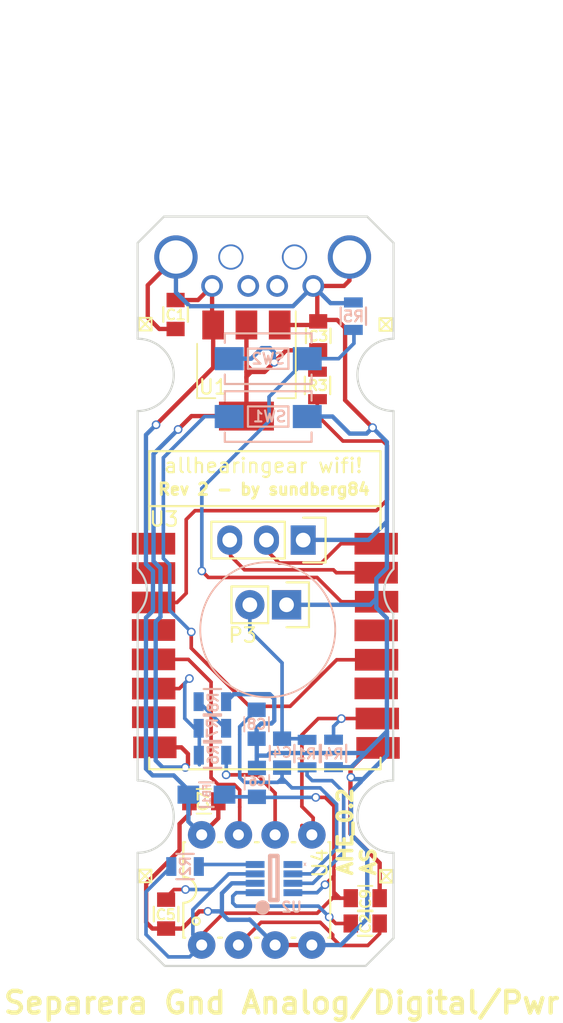
<source format=kicad_pcb>
(kicad_pcb (version 4) (host pcbnew 4.0.4-stable)

  (general
    (links 58)
    (no_connects 1)
    (area 140.549999 39.424999 161.450001 106.500001)
    (thickness 1.6)
    (drawings 54)
    (tracks 375)
    (zones 0)
    (modules 27)
    (nets 30)
  )

  (page A4)
  (layers
    (0 F.Cu signal)
    (31 B.Cu signal)
    (32 B.Adhes user hide)
    (33 F.Adhes user hide)
    (34 B.Paste user hide)
    (35 F.Paste user hide)
    (36 B.SilkS user)
    (37 F.SilkS user)
    (38 B.Mask user hide)
    (39 F.Mask user hide)
    (40 Dwgs.User user hide)
    (41 Cmts.User user hide)
    (42 Eco1.User user hide)
    (43 Eco2.User user hide)
    (44 Edge.Cuts user)
    (45 Margin user hide)
    (46 B.CrtYd user hide)
    (47 F.CrtYd user hide)
    (48 B.Fab user hide)
    (49 F.Fab user hide)
  )

  (setup
    (last_trace_width 0.25)
    (trace_clearance 0.2)
    (zone_clearance 0.508)
    (zone_45_only yes)
    (trace_min 0.2)
    (segment_width 0.127)
    (edge_width 0.15)
    (via_size 0.6)
    (via_drill 0.4)
    (via_min_size 0.4)
    (via_min_drill 0.3)
    (uvia_size 0.3)
    (uvia_drill 0.1)
    (uvias_allowed no)
    (uvia_min_size 0.2)
    (uvia_min_drill 0.1)
    (pcb_text_width 0.3)
    (pcb_text_size 1.5 1.5)
    (mod_edge_width 0.15)
    (mod_text_size 1 1)
    (mod_text_width 0.15)
    (pad_size 0.48 1.3)
    (pad_drill 0)
    (pad_to_mask_clearance 0.2)
    (aux_axis_origin 0 0)
    (visible_elements 7FFEFFFF)
    (pcbplotparams
      (layerselection 0x010f0_80000001)
      (usegerberextensions false)
      (excludeedgelayer true)
      (linewidth 0.100000)
      (plotframeref false)
      (viasonmask false)
      (mode 1)
      (useauxorigin false)
      (hpglpennumber 1)
      (hpglpenspeed 20)
      (hpglpendiameter 15)
      (hpglpenoverlay 2)
      (psnegative false)
      (psa4output false)
      (plotreference true)
      (plotvalue true)
      (plotinvisibletext false)
      (padsonsilk false)
      (subtractmaskfromsilk false)
      (outputformat 1)
      (mirror false)
      (drillshape 0)
      (scaleselection 1)
      (outputdirectory ""))
  )

  (net 0 "")
  (net 1 GND)
  (net 2 VCC)
  (net 3 ANALOG)
  (net 4 "Net-(P3-Pad2)")
  (net 5 "Net-(P3-Pad3)")
  (net 6 "Net-(R1-Pad1)")
  (net 7 SS)
  (net 8 "Net-(SW1-Pad1)")
  (net 9 MISO)
  (net 10 SCLK)
  (net 11 +5V)
  (net 12 "Net-(C5-Pad2)")
  (net 13 "Net-(R2-Pad2)")
  (net 14 "Net-(C4-Pad1)")
  (net 15 "Net-(C4-Pad2)")
  (net 16 "Net-(R3-Pad1)")
  (net 17 "Net-(R5-Pad2)")
  (net 18 "Net-(C2-Pad2)")
  (net 19 "Net-(P1-Pad3)")
  (net 20 "Net-(P1-Pad2)")
  (net 21 "Net-(R6-Pad2)")
  (net 22 "Net-(R7-Pad2)")
  (net 23 "Net-(U2-Pad5)")
  (net 24 "Net-(U3-Pad11)")
  (net 25 "Net-(U3-Pad13)")
  (net 26 "Net-(U3-Pad7)")
  (net 27 "Net-(U3-Pad4)")
  (net 28 "Net-(U3-Pad2)")
  (net 29 "Net-(U3-Pad1)")

  (net_class Default "This is the default net class."
    (clearance 0.2)
    (trace_width 0.25)
    (via_dia 0.6)
    (via_drill 0.4)
    (uvia_dia 0.3)
    (uvia_drill 0.1)
    (add_net ANALOG)
    (add_net MISO)
    (add_net "Net-(C2-Pad2)")
    (add_net "Net-(C4-Pad1)")
    (add_net "Net-(C4-Pad2)")
    (add_net "Net-(C5-Pad2)")
    (add_net "Net-(P1-Pad2)")
    (add_net "Net-(P1-Pad3)")
    (add_net "Net-(P3-Pad2)")
    (add_net "Net-(P3-Pad3)")
    (add_net "Net-(R1-Pad1)")
    (add_net "Net-(R2-Pad2)")
    (add_net "Net-(R3-Pad1)")
    (add_net "Net-(R5-Pad2)")
    (add_net "Net-(R6-Pad2)")
    (add_net "Net-(R7-Pad2)")
    (add_net "Net-(SW1-Pad1)")
    (add_net "Net-(U2-Pad5)")
    (add_net "Net-(U3-Pad1)")
    (add_net "Net-(U3-Pad11)")
    (add_net "Net-(U3-Pad13)")
    (add_net "Net-(U3-Pad2)")
    (add_net "Net-(U3-Pad4)")
    (add_net "Net-(U3-Pad7)")
    (add_net SCLK)
    (add_net SS)
  )

  (net_class Power ""
    (clearance 0.2)
    (trace_width 0.3)
    (via_dia 0.6)
    (via_drill 0.4)
    (uvia_dia 0.3)
    (uvia_drill 0.1)
    (add_net +5V)
    (add_net GND)
    (add_net VCC)
  )

  (module lab11-ic:SOT-23-8 (layer B.Cu) (tedit 58892107) (tstamp 584C7999)
    (at 150.3 101.36 90)
    (path /584C8FC0)
    (fp_text reference U2 (at -1 2.5 180) (layer B.SilkS)
      (effects (font (size 0.7 0.7) (thickness 0.15)) (justify mirror))
    )
    (fp_text value MAX9813 (at 1.016 4.064 90) (layer B.Fab)
      (effects (font (size 1 1) (thickness 0.15)) (justify mirror))
    )
    (fp_line (start -0.508 1.016) (end -0.508 1.524) (layer B.SilkS) (width 0.307))
    (fp_line (start 2.54 1.016) (end -0.508 1.016) (layer B.SilkS) (width 0.307))
    (fp_line (start 2.54 1.524) (end 2.54 1.016) (layer B.SilkS) (width 0.307))
    (fp_line (start -0.508 1.524) (end 2.54 1.524) (layer B.SilkS) (width 0.307))
    (fp_circle (center -1.024 0.5) (end -0.774 0.5) (layer B.SilkS) (width 0.5))
    (pad 1 smd rect (at 0 -0.025 90) (size 0.48 1.3) (layers B.Cu B.Paste B.Mask)
      (net 3 ANALOG))
    (pad 2 smd rect (at 0.65 -0.025 90) (size 0.48 1.3) (layers B.Cu B.Paste B.Mask)
      (net 1 GND))
    (pad 3 smd rect (at 1.3 -0.025 90) (size 0.48 1.3) (layers B.Cu B.Paste B.Mask)
      (net 12 "Net-(C5-Pad2)"))
    (pad 4 smd rect (at 1.95 -0.025 90) (size 0.48 1.3) (layers B.Cu B.Paste B.Mask)
      (net 13 "Net-(R2-Pad2)"))
    (pad 5 smd rect (at 1.95 2.59 90) (size 0.48 1.3) (layers B.Cu B.Paste B.Mask)
      (net 23 "Net-(U2-Pad5)"))
    (pad 6 smd rect (at 1.3 2.59 90) (size 0.48 1.3) (layers B.Cu B.Paste B.Mask)
      (net 15 "Net-(C4-Pad2)"))
    (pad 7 smd rect (at 0.65 2.59 90) (size 0.48 1.3) (layers B.Cu B.Paste B.Mask)
      (net 6 "Net-(R1-Pad1)"))
    (pad 8 smd rect (at 0 2.59 90) (size 0.48 1.3) (layers B.Cu B.Paste B.Mask)
      (net 12 "Net-(C5-Pad2)"))
  )

  (module Power_Integrations:PDIP-8 (layer F.Cu) (tedit 588512AA) (tstamp 584B30D3)
    (at 150.39 101.17)
    (descr "PDIP-8 Standard 300mil 8pin Dual In Line Package")
    (tags "Power Integrations P Package")
    (path /58495F1E)
    (fp_text reference U4 (at 4.375 -1.85 90) (layer F.SilkS)
      (effects (font (size 1 1) (thickness 0.15)))
    )
    (fp_text value MCP3201 (at 0 0) (layer F.Fab)
      (effects (font (size 1 1) (thickness 0.15)))
    )
    (fp_line (start -5.08 0.889) (end -5.08 3.302) (layer F.SilkS) (width 0.15))
    (fp_line (start -5.08 -0.889) (end -5.08 -3.302) (layer F.SilkS) (width 0.15))
    (fp_arc (start -5.08 0) (end -4.191 0) (angle 90) (layer F.SilkS) (width 0.15))
    (fp_arc (start -5.08 0) (end -5.08 -0.889) (angle 90) (layer F.SilkS) (width 0.15))
    (fp_circle (center -4.191 2.159) (end -3.937 2.159) (layer F.SilkS) (width 0.15))
    (fp_line (start 5.08 3.302) (end 4.953 3.302) (layer F.SilkS) (width 0.15))
    (fp_line (start 2.413 3.302) (end 2.667 3.302) (layer F.SilkS) (width 0.15))
    (fp_line (start -0.127 3.302) (end 0.127 3.302) (layer F.SilkS) (width 0.15))
    (fp_line (start -2.667 3.302) (end -2.413 3.302) (layer F.SilkS) (width 0.15))
    (fp_line (start -5.08 3.302) (end -4.953 3.302) (layer F.SilkS) (width 0.15))
    (fp_line (start -5.08 -3.302) (end -4.953 -3.302) (layer F.SilkS) (width 0.15))
    (fp_line (start 5.08 -3.302) (end 4.953 -3.302) (layer F.SilkS) (width 0.15))
    (fp_line (start 2.413 -3.302) (end 2.667 -3.302) (layer F.SilkS) (width 0.15))
    (fp_line (start -0.127 -3.302) (end 0.127 -3.302) (layer F.SilkS) (width 0.15))
    (fp_line (start -2.667 -3.302) (end -2.413 -3.302) (layer F.SilkS) (width 0.15))
    (fp_line (start 5.08 3.302) (end 5.08 -3.302) (layer F.SilkS) (width 0.15))
    (pad 1 thru_hole circle (at -3.81 3.81) (size 1.905 1.905) (drill 0.762) (layers *.Cu *.Mask)
      (net 12 "Net-(C5-Pad2)"))
    (pad 2 thru_hole circle (at -1.27 3.81) (size 1.905 1.905) (drill 0.762) (layers *.Cu *.Mask)
      (net 18 "Net-(C2-Pad2)"))
    (pad 3 thru_hole circle (at 1.27 3.81) (size 1.905 1.905) (drill 0.762) (layers *.Cu *.Mask)
      (net 1 GND))
    (pad 4 thru_hole circle (at 3.81 3.81) (size 1.905 1.905) (drill 0.762) (layers *.Cu *.Mask)
      (net 1 GND))
    (pad 5 thru_hole circle (at 3.81 -3.81) (size 1.905 1.905) (drill 0.762) (layers *.Cu *.Mask)
      (net 7 SS))
    (pad 6 thru_hole circle (at 1.27 -3.81) (size 1.905 1.905) (drill 0.762) (layers *.Cu *.Mask)
      (net 21 "Net-(R6-Pad2)"))
    (pad 7 thru_hole circle (at -1.27 -3.81) (size 1.905 1.905) (drill 0.762) (layers *.Cu *.Mask)
      (net 10 SCLK))
    (pad 8 thru_hole circle (at -3.81 -3.81) (size 1.905 1.905) (drill 0.762) (layers *.Cu *.Mask)
      (net 11 +5V))
  )

  (module TO_SOT_Packages_SMD:SOT-223 (layer F.Cu) (tedit 5885244C) (tstamp 584B2BF6)
    (at 149.675 65.25 270)
    (descr "module CMS SOT223 4 pins")
    (tags "CMS SOT")
    (path /58495D09)
    (attr smd)
    (fp_text reference U1 (at 1.14 2.295 360) (layer F.SilkS)
      (effects (font (size 1 1) (thickness 0.15)))
    )
    (fp_text value LM1117-3.3 (at -16.525 0.85 360) (layer F.Fab)
      (effects (font (size 1 1) (thickness 0.15)))
    )
    (fp_line (start 1.91 3.41) (end 1.91 2.15) (layer F.SilkS) (width 0.12))
    (fp_line (start 1.91 -3.41) (end 1.91 -2.15) (layer F.SilkS) (width 0.12))
    (fp_line (start 4.4 -3.6) (end -4.4 -3.6) (layer F.CrtYd) (width 0.05))
    (fp_line (start 4.4 3.6) (end 4.4 -3.6) (layer F.CrtYd) (width 0.05))
    (fp_line (start -4.4 3.6) (end 4.4 3.6) (layer F.CrtYd) (width 0.05))
    (fp_line (start -4.4 -3.6) (end -4.4 3.6) (layer F.CrtYd) (width 0.05))
    (fp_line (start -1.85 -3.35) (end -1.85 3.35) (layer F.Fab) (width 0.15))
    (fp_line (start -1.85 3.41) (end 1.91 3.41) (layer F.SilkS) (width 0.12))
    (fp_line (start -1.85 -3.35) (end 1.85 -3.35) (layer F.Fab) (width 0.15))
    (fp_line (start -4.1 -3.41) (end 1.91 -3.41) (layer F.SilkS) (width 0.12))
    (fp_line (start -1.85 3.35) (end 1.85 3.35) (layer F.Fab) (width 0.15))
    (fp_line (start 1.85 -3.35) (end 1.85 3.35) (layer F.Fab) (width 0.15))
    (pad 4 smd rect (at 3.15 0 270) (size 2 3.8) (layers F.Cu F.Paste F.Mask)
      (net 2 VCC))
    (pad 2 smd rect (at -3.15 0 270) (size 2 1.5) (layers F.Cu F.Paste F.Mask)
      (net 2 VCC))
    (pad 3 smd rect (at -3.15 2.3 270) (size 2 1.5) (layers F.Cu F.Paste F.Mask)
      (net 11 +5V))
    (pad 1 smd rect (at -3.15 -2.3 270) (size 2 1.5) (layers F.Cu F.Paste F.Mask)
      (net 1 GND))
    (model TO_SOT_Packages_SMD.3dshapes/SOT-223.wrl
      (at (xyz 0 0 0))
      (scale (xyz 0.4 0.4 0.4))
      (rotate (xyz 0 0 90))
    )
  )

  (module Capacitors_SMD:C_0805 (layer F.Cu) (tedit 588526A4) (tstamp 584B2B6F)
    (at 144.775 61.375 270)
    (descr "Capacitor SMD 0805, reflow soldering, AVX (see smccp.pdf)")
    (tags "capacitor 0805")
    (path /58496BB4)
    (attr smd)
    (fp_text reference C1 (at 0.025 0 360) (layer F.SilkS)
      (effects (font (size 0.7 0.7) (thickness 0.15)))
    )
    (fp_text value 0,1 (at 0.075 0 270) (layer F.Fab)
      (effects (font (size 1 1) (thickness 0.15)))
    )
    (fp_line (start -1 0.625) (end -1 -0.625) (layer F.Fab) (width 0.15))
    (fp_line (start 1 0.625) (end -1 0.625) (layer F.Fab) (width 0.15))
    (fp_line (start 1 -0.625) (end 1 0.625) (layer F.Fab) (width 0.15))
    (fp_line (start -1 -0.625) (end 1 -0.625) (layer F.Fab) (width 0.15))
    (fp_line (start -1.8 -1) (end 1.8 -1) (layer F.CrtYd) (width 0.05))
    (fp_line (start -1.8 1) (end 1.8 1) (layer F.CrtYd) (width 0.05))
    (fp_line (start -1.8 -1) (end -1.8 1) (layer F.CrtYd) (width 0.05))
    (fp_line (start 1.8 -1) (end 1.8 1) (layer F.CrtYd) (width 0.05))
    (fp_line (start 0.5 -0.85) (end -0.5 -0.85) (layer F.SilkS) (width 0.15))
    (fp_line (start -0.5 0.85) (end 0.5 0.85) (layer F.SilkS) (width 0.15))
    (pad 1 smd rect (at -1 0 270) (size 1 1.25) (layers F.Cu F.Paste F.Mask)
      (net 11 +5V))
    (pad 2 smd rect (at 1 0 270) (size 1 1.25) (layers F.Cu F.Paste F.Mask)
      (net 1 GND))
    (model Capacitors_SMD.3dshapes/C_0805.wrl
      (at (xyz 0 0 0))
      (scale (xyz 1 1 1))
      (rotate (xyz 0 0 0))
    )
  )

  (module Capacitors_SMD:C_0805 (layer F.Cu) (tedit 584E6F1D) (tstamp 584B2B75)
    (at 157.89 103.49)
    (descr "Capacitor SMD 0805, reflow soldering, AVX (see smccp.pdf)")
    (tags "capacitor 0805")
    (path /584C93B0)
    (attr smd)
    (fp_text reference C2 (at 0.025 0.01 90) (layer F.SilkS)
      (effects (font (size 0.7 0.7) (thickness 0.15)))
    )
    (fp_text value 0,1 (at 0.05 -0.05) (layer F.Fab) hide
      (effects (font (size 1 1) (thickness 0.15)))
    )
    (fp_line (start -1 0.625) (end -1 -0.625) (layer F.Fab) (width 0.15))
    (fp_line (start 1 0.625) (end -1 0.625) (layer F.Fab) (width 0.15))
    (fp_line (start 1 -0.625) (end 1 0.625) (layer F.Fab) (width 0.15))
    (fp_line (start -1 -0.625) (end 1 -0.625) (layer F.Fab) (width 0.15))
    (fp_line (start -1.8 -1) (end 1.8 -1) (layer F.CrtYd) (width 0.05))
    (fp_line (start -1.8 1) (end 1.8 1) (layer F.CrtYd) (width 0.05))
    (fp_line (start -1.8 -1) (end -1.8 1) (layer F.CrtYd) (width 0.05))
    (fp_line (start 1.8 -1) (end 1.8 1) (layer F.CrtYd) (width 0.05))
    (fp_line (start 0.5 -0.85) (end -0.5 -0.85) (layer F.SilkS) (width 0.15))
    (fp_line (start -0.5 0.85) (end 0.5 0.85) (layer F.SilkS) (width 0.15))
    (pad 1 smd rect (at -1 0) (size 1 1.25) (layers F.Cu F.Paste F.Mask)
      (net 3 ANALOG))
    (pad 2 smd rect (at 1 0) (size 1 1.25) (layers F.Cu F.Paste F.Mask)
      (net 18 "Net-(C2-Pad2)"))
    (model Capacitors_SMD.3dshapes/C_0805.wrl
      (at (xyz 0 0 0))
      (scale (xyz 1 1 1))
      (rotate (xyz 0 0 0))
    )
  )

  (module Capacitors_SMD:C_0805 (layer F.Cu) (tedit 5885269B) (tstamp 584B2B7B)
    (at 154.64 62.85 90)
    (descr "Capacitor SMD 0805, reflow soldering, AVX (see smccp.pdf)")
    (tags "capacitor 0805")
    (path /58496C2E)
    (attr smd)
    (fp_text reference C3 (at -0.02 0 180) (layer F.SilkS)
      (effects (font (size 0.7 0.7) (thickness 0.15)))
    )
    (fp_text value 10 (at 0 2.1 90) (layer F.Fab)
      (effects (font (size 1 1) (thickness 0.15)))
    )
    (fp_line (start -1 0.625) (end -1 -0.625) (layer F.Fab) (width 0.15))
    (fp_line (start 1 0.625) (end -1 0.625) (layer F.Fab) (width 0.15))
    (fp_line (start 1 -0.625) (end 1 0.625) (layer F.Fab) (width 0.15))
    (fp_line (start -1 -0.625) (end 1 -0.625) (layer F.Fab) (width 0.15))
    (fp_line (start -1.8 -1) (end 1.8 -1) (layer F.CrtYd) (width 0.05))
    (fp_line (start -1.8 1) (end 1.8 1) (layer F.CrtYd) (width 0.05))
    (fp_line (start -1.8 -1) (end -1.8 1) (layer F.CrtYd) (width 0.05))
    (fp_line (start 1.8 -1) (end 1.8 1) (layer F.CrtYd) (width 0.05))
    (fp_line (start 0.5 -0.85) (end -0.5 -0.85) (layer F.SilkS) (width 0.15))
    (fp_line (start -0.5 0.85) (end 0.5 0.85) (layer F.SilkS) (width 0.15))
    (pad 1 smd rect (at -1 0 90) (size 1 1.25) (layers F.Cu F.Paste F.Mask)
      (net 2 VCC))
    (pad 2 smd rect (at 1 0 90) (size 1 1.25) (layers F.Cu F.Paste F.Mask)
      (net 1 GND))
    (model Capacitors_SMD.3dshapes/C_0805.wrl
      (at (xyz 0 0 0))
      (scale (xyz 1 1 1))
      (rotate (xyz 0 0 0))
    )
  )

  (module Capacitors_SMD:C_0805 (layer B.Cu) (tedit 58852705) (tstamp 584B2B81)
    (at 152.14 91.71 270)
    (descr "Capacitor SMD 0805, reflow soldering, AVX (see smccp.pdf)")
    (tags "capacitor 0805")
    (path /584C9919)
    (attr smd)
    (fp_text reference C4 (at -0.05 -0.01 360) (layer B.SilkS)
      (effects (font (size 0.7 0.7) (thickness 0.125)) (justify mirror))
    )
    (fp_text value 0,1 (at -0.125 -0.05 270) (layer B.Fab)
      (effects (font (size 1 1) (thickness 0.15)) (justify mirror))
    )
    (fp_line (start -1 -0.625) (end -1 0.625) (layer B.Fab) (width 0.15))
    (fp_line (start 1 -0.625) (end -1 -0.625) (layer B.Fab) (width 0.15))
    (fp_line (start 1 0.625) (end 1 -0.625) (layer B.Fab) (width 0.15))
    (fp_line (start -1 0.625) (end 1 0.625) (layer B.Fab) (width 0.15))
    (fp_line (start -1.8 1) (end 1.8 1) (layer B.CrtYd) (width 0.05))
    (fp_line (start -1.8 -1) (end 1.8 -1) (layer B.CrtYd) (width 0.05))
    (fp_line (start -1.8 1) (end -1.8 -1) (layer B.CrtYd) (width 0.05))
    (fp_line (start 1.8 1) (end 1.8 -1) (layer B.CrtYd) (width 0.05))
    (fp_line (start 0.5 0.85) (end -0.5 0.85) (layer B.SilkS) (width 0.15))
    (fp_line (start -0.5 -0.85) (end 0.5 -0.85) (layer B.SilkS) (width 0.15))
    (pad 1 smd rect (at -1 0 270) (size 1 1.25) (layers B.Cu B.Paste B.Mask)
      (net 14 "Net-(C4-Pad1)"))
    (pad 2 smd rect (at 1 0 270) (size 1 1.25) (layers B.Cu B.Paste B.Mask)
      (net 15 "Net-(C4-Pad2)"))
    (model Capacitors_SMD.3dshapes/C_0805.wrl
      (at (xyz 0 0 0))
      (scale (xyz 1 1 1))
      (rotate (xyz 0 0 0))
    )
  )

  (module Capacitors_SMD:C_0805 (layer F.Cu) (tedit 5880E107) (tstamp 584B2B87)
    (at 144.12 102.84 90)
    (descr "Capacitor SMD 0805, reflow soldering, AVX (see smccp.pdf)")
    (tags "capacitor 0805")
    (path /584C9688)
    (attr smd)
    (fp_text reference C5 (at -0.05 -0.025 360) (layer F.SilkS)
      (effects (font (size 0.7 0.7) (thickness 0.15)))
    )
    (fp_text value 0,1 (at 0 2.1 90) (layer F.Fab)
      (effects (font (size 1 1) (thickness 0.15)))
    )
    (fp_line (start -1 0.625) (end -1 -0.625) (layer F.Fab) (width 0.15))
    (fp_line (start 1 0.625) (end -1 0.625) (layer F.Fab) (width 0.15))
    (fp_line (start 1 -0.625) (end 1 0.625) (layer F.Fab) (width 0.15))
    (fp_line (start -1 -0.625) (end 1 -0.625) (layer F.Fab) (width 0.15))
    (fp_line (start -1.8 -1) (end 1.8 -1) (layer F.CrtYd) (width 0.05))
    (fp_line (start -1.8 1) (end 1.8 1) (layer F.CrtYd) (width 0.05))
    (fp_line (start -1.8 -1) (end -1.8 1) (layer F.CrtYd) (width 0.05))
    (fp_line (start 1.8 -1) (end 1.8 1) (layer F.CrtYd) (width 0.05))
    (fp_line (start 0.5 -0.85) (end -0.5 -0.85) (layer F.SilkS) (width 0.15))
    (fp_line (start -0.5 0.85) (end 0.5 0.85) (layer F.SilkS) (width 0.15))
    (pad 1 smd rect (at -1 0 90) (size 1 1.25) (layers F.Cu F.Paste F.Mask)
      (net 1 GND))
    (pad 2 smd rect (at 1 0 90) (size 1 1.25) (layers F.Cu F.Paste F.Mask)
      (net 12 "Net-(C5-Pad2)"))
    (model Capacitors_SMD.3dshapes/C_0805.wrl
      (at (xyz 0 0 0))
      (scale (xyz 1 1 1))
      (rotate (xyz 0 0 0))
    )
  )

  (module Capacitors_SMD:C_0805_HandSoldering (layer B.Cu) (tedit 584E6F0A) (tstamp 584B2BA5)
    (at 146.91 94.58 180)
    (descr "Capacitor SMD 0805, hand soldering")
    (tags "capacitor 0805")
    (path /5849DA18)
    (attr smd)
    (fp_text reference FB1 (at -0.035 0.045 270) (layer B.SilkS)
      (effects (font (size 0.5 0.5) (thickness 0.125)) (justify mirror))
    )
    (fp_text value FERRITE (at 0 -2.1 180) (layer B.Fab)
      (effects (font (size 1 1) (thickness 0.15)) (justify mirror))
    )
    (fp_line (start -1 -0.625) (end -1 0.625) (layer B.Fab) (width 0.15))
    (fp_line (start 1 -0.625) (end -1 -0.625) (layer B.Fab) (width 0.15))
    (fp_line (start 1 0.625) (end 1 -0.625) (layer B.Fab) (width 0.15))
    (fp_line (start -1 0.625) (end 1 0.625) (layer B.Fab) (width 0.15))
    (fp_line (start -2.3 1) (end 2.3 1) (layer B.CrtYd) (width 0.05))
    (fp_line (start -2.3 -1) (end 2.3 -1) (layer B.CrtYd) (width 0.05))
    (fp_line (start -2.3 1) (end -2.3 -1) (layer B.CrtYd) (width 0.05))
    (fp_line (start 2.3 1) (end 2.3 -1) (layer B.CrtYd) (width 0.05))
    (fp_line (start 0.5 0.85) (end -0.5 0.85) (layer B.SilkS) (width 0.15))
    (fp_line (start -0.5 -0.85) (end 0.5 -0.85) (layer B.SilkS) (width 0.15))
    (pad 1 smd rect (at -1.25 0 180) (size 1.5 1.25) (layers B.Cu B.Paste B.Mask)
      (net 12 "Net-(C5-Pad2)"))
    (pad 2 smd rect (at 1.25 0 180) (size 1.5 1.25) (layers B.Cu B.Paste B.Mask)
      (net 11 +5V))
    (model Capacitors_SMD.3dshapes/C_0805_HandSoldering.wrl
      (at (xyz 0 0 0))
      (scale (xyz 1 1 1))
      (rotate (xyz 0 0 0))
    )
  )

  (module Socket_Strips:Socket_Strip_Straight_1x02 (layer F.Cu) (tedit 58852745) (tstamp 584B2BB5)
    (at 152.45 81.45 180)
    (descr "Through hole socket strip")
    (tags "socket strip")
    (path /58497FE6)
    (fp_text reference P2 (at 1.57 -5.27 270) (layer F.SilkS) hide
      (effects (font (size 1 1) (thickness 0.15)))
    )
    (fp_text value MIC (at 0 -3.1 180) (layer F.Fab)
      (effects (font (size 1 1) (thickness 0.15)))
    )
    (fp_line (start -1.55 1.55) (end 0 1.55) (layer F.SilkS) (width 0.15))
    (fp_line (start 3.81 1.27) (end 1.27 1.27) (layer F.SilkS) (width 0.15))
    (fp_line (start -1.75 -1.75) (end -1.75 1.75) (layer F.CrtYd) (width 0.05))
    (fp_line (start 4.3 -1.75) (end 4.3 1.75) (layer F.CrtYd) (width 0.05))
    (fp_line (start -1.75 -1.75) (end 4.3 -1.75) (layer F.CrtYd) (width 0.05))
    (fp_line (start -1.75 1.75) (end 4.3 1.75) (layer F.CrtYd) (width 0.05))
    (fp_line (start 1.27 1.27) (end 1.27 -1.27) (layer F.SilkS) (width 0.15))
    (fp_line (start 0 -1.55) (end -1.55 -1.55) (layer F.SilkS) (width 0.15))
    (fp_line (start -1.55 -1.55) (end -1.55 1.55) (layer F.SilkS) (width 0.15))
    (fp_line (start 1.27 -1.27) (end 3.81 -1.27) (layer F.SilkS) (width 0.15))
    (fp_line (start 3.81 -1.27) (end 3.81 1.27) (layer F.SilkS) (width 0.15))
    (pad 1 thru_hole rect (at 0 0 180) (size 2.032 2.032) (drill 1.016) (layers *.Cu *.Mask)
      (net 1 GND))
    (pad 2 thru_hole oval (at 2.54 0 180) (size 2.032 2.032) (drill 1.016) (layers *.Cu *.Mask)
      (net 14 "Net-(C4-Pad1)"))
    (model Socket_Strips.3dshapes/Socket_Strip_Straight_1x02.wrl
      (at (xyz 0.05 0 0))
      (scale (xyz 1 1 1))
      (rotate (xyz 0 0 180))
    )
  )

  (module Resistors_SMD:R_0805 (layer B.Cu) (tedit 588526F2) (tstamp 584B2BC2)
    (at 153.87 91.74 90)
    (descr "Resistor SMD 0805, reflow soldering, Vishay (see dcrcw.pdf)")
    (tags "resistor 0805")
    (path /584C9A90)
    (attr smd)
    (fp_text reference R1 (at -0.02 -0.05 180) (layer B.SilkS)
      (effects (font (size 0.7 0.7) (thickness 0.15)) (justify mirror))
    )
    (fp_text value 2,2k (at 0 -2.1 90) (layer B.Fab)
      (effects (font (size 1 1) (thickness 0.15)) (justify mirror))
    )
    (fp_line (start -1 -0.625) (end -1 0.625) (layer B.Fab) (width 0.1))
    (fp_line (start 1 -0.625) (end -1 -0.625) (layer B.Fab) (width 0.1))
    (fp_line (start 1 0.625) (end 1 -0.625) (layer B.Fab) (width 0.1))
    (fp_line (start -1 0.625) (end 1 0.625) (layer B.Fab) (width 0.1))
    (fp_line (start -1.6 1) (end 1.6 1) (layer B.CrtYd) (width 0.05))
    (fp_line (start -1.6 -1) (end 1.6 -1) (layer B.CrtYd) (width 0.05))
    (fp_line (start -1.6 1) (end -1.6 -1) (layer B.CrtYd) (width 0.05))
    (fp_line (start 1.6 1) (end 1.6 -1) (layer B.CrtYd) (width 0.05))
    (fp_line (start 0.6 -0.875) (end -0.6 -0.875) (layer B.SilkS) (width 0.15))
    (fp_line (start -0.6 0.875) (end 0.6 0.875) (layer B.SilkS) (width 0.15))
    (pad 1 smd rect (at -0.95 0 90) (size 0.7 1.3) (layers B.Cu B.Paste B.Mask)
      (net 6 "Net-(R1-Pad1)"))
    (pad 2 smd rect (at 0.95 0 90) (size 0.7 1.3) (layers B.Cu B.Paste B.Mask)
      (net 14 "Net-(C4-Pad1)"))
    (model Resistors_SMD.3dshapes/R_0805.wrl
      (at (xyz 0 0 0))
      (scale (xyz 1 1 1))
      (rotate (xyz 0 0 0))
    )
  )

  (module Resistors_SMD:R_0805 (layer B.Cu) (tedit 588526FA) (tstamp 584B2BD4)
    (at 155.7 91.73 270)
    (descr "Resistor SMD 0805, reflow soldering, Vishay (see dcrcw.pdf)")
    (tags "resistor 0805")
    (path /58497D8F)
    (attr smd)
    (fp_text reference R4 (at 0.04 -0.01 360) (layer B.SilkS)
      (effects (font (size 0.7 0.7) (thickness 0.15)) (justify mirror))
    )
    (fp_text value 10k (at 0 -2.1 270) (layer B.Fab)
      (effects (font (size 1 1) (thickness 0.15)) (justify mirror))
    )
    (fp_line (start -1 -0.625) (end -1 0.625) (layer B.Fab) (width 0.1))
    (fp_line (start 1 -0.625) (end -1 -0.625) (layer B.Fab) (width 0.1))
    (fp_line (start 1 0.625) (end 1 -0.625) (layer B.Fab) (width 0.1))
    (fp_line (start -1 0.625) (end 1 0.625) (layer B.Fab) (width 0.1))
    (fp_line (start -1.6 1) (end 1.6 1) (layer B.CrtYd) (width 0.05))
    (fp_line (start -1.6 -1) (end 1.6 -1) (layer B.CrtYd) (width 0.05))
    (fp_line (start -1.6 1) (end -1.6 -1) (layer B.CrtYd) (width 0.05))
    (fp_line (start 1.6 1) (end 1.6 -1) (layer B.CrtYd) (width 0.05))
    (fp_line (start 0.6 -0.875) (end -0.6 -0.875) (layer B.SilkS) (width 0.15))
    (fp_line (start -0.6 0.875) (end 0.6 0.875) (layer B.SilkS) (width 0.15))
    (pad 1 smd rect (at -0.95 0 270) (size 0.7 1.3) (layers B.Cu B.Paste B.Mask)
      (net 7 SS))
    (pad 2 smd rect (at 0.95 0 270) (size 0.7 1.3) (layers B.Cu B.Paste B.Mask)
      (net 1 GND))
    (model Resistors_SMD.3dshapes/R_0805.wrl
      (at (xyz 0 0 0))
      (scale (xyz 1 1 1))
      (rotate (xyz 0 0 0))
    )
  )

  (module Resistors_SMD:R_0805 (layer B.Cu) (tedit 584E6F23) (tstamp 584B2BDA)
    (at 157.07 61.49 270)
    (descr "Resistor SMD 0805, reflow soldering, Vishay (see dcrcw.pdf)")
    (tags "resistor 0805")
    (path /584974BB)
    (attr smd)
    (fp_text reference R5 (at 0.02 -0.005 540) (layer B.SilkS)
      (effects (font (size 0.75 0.75) (thickness 0.15)) (justify mirror))
    )
    (fp_text value 10k (at 0 -2.1 270) (layer B.Fab)
      (effects (font (size 1 1) (thickness 0.15)) (justify mirror))
    )
    (fp_line (start -1 -0.625) (end -1 0.625) (layer B.Fab) (width 0.1))
    (fp_line (start 1 -0.625) (end -1 -0.625) (layer B.Fab) (width 0.1))
    (fp_line (start 1 0.625) (end 1 -0.625) (layer B.Fab) (width 0.1))
    (fp_line (start -1 0.625) (end 1 0.625) (layer B.Fab) (width 0.1))
    (fp_line (start -1.6 1) (end 1.6 1) (layer B.CrtYd) (width 0.05))
    (fp_line (start -1.6 -1) (end 1.6 -1) (layer B.CrtYd) (width 0.05))
    (fp_line (start -1.6 1) (end -1.6 -1) (layer B.CrtYd) (width 0.05))
    (fp_line (start 1.6 1) (end 1.6 -1) (layer B.CrtYd) (width 0.05))
    (fp_line (start 0.6 -0.875) (end -0.6 -0.875) (layer B.SilkS) (width 0.15))
    (fp_line (start -0.6 0.875) (end 0.6 0.875) (layer B.SilkS) (width 0.15))
    (pad 1 smd rect (at -0.95 0 270) (size 0.7 1.3) (layers B.Cu B.Paste B.Mask)
      (net 1 GND))
    (pad 2 smd rect (at 0.95 0 270) (size 0.7 1.3) (layers B.Cu B.Paste B.Mask)
      (net 17 "Net-(R5-Pad2)"))
    (model Resistors_SMD.3dshapes/R_0805.wrl
      (at (xyz 0 0 0))
      (scale (xyz 1 1 1))
      (rotate (xyz 0 0 0))
    )
  )

  (module Buttons_Switches_SMD:SW_SPST_EVQPE1 (layer B.Cu) (tedit 584B3295) (tstamp 584B2BEE)
    (at 151.18 64.43 180)
    (descr "Light Touch Switch")
    (path /5849753C)
    (attr smd)
    (fp_text reference SW2 (at 0 0 180) (layer B.SilkS)
      (effects (font (size 0.75 0.75) (thickness 0.15)) (justify mirror))
    )
    (fp_text value SW_PUSH (at 0 -3 180) (layer B.Fab) hide
      (effects (font (size 1 1) (thickness 0.15)) (justify mirror))
    )
    (fp_line (start -1.4 0.7) (end 1.4 0.7) (layer B.SilkS) (width 0.15))
    (fp_line (start 1.4 0.7) (end 1.4 -0.7) (layer B.SilkS) (width 0.15))
    (fp_line (start 1.4 -0.7) (end -1.4 -0.7) (layer B.SilkS) (width 0.15))
    (fp_line (start -1.4 -0.7) (end -1.4 0.7) (layer B.SilkS) (width 0.15))
    (fp_line (start -3.95 2) (end 3.95 2) (layer B.CrtYd) (width 0.05))
    (fp_line (start 3.95 2) (end 3.95 -2) (layer B.CrtYd) (width 0.05))
    (fp_line (start 3.95 -2) (end -3.95 -2) (layer B.CrtYd) (width 0.05))
    (fp_line (start -3.95 -2) (end -3.95 2) (layer B.CrtYd) (width 0.05))
    (fp_line (start 3 1.75) (end 3 1.1) (layer B.SilkS) (width 0.15))
    (fp_line (start 3 -1.75) (end 3 -1.1) (layer B.SilkS) (width 0.15))
    (fp_line (start -3 -1.1) (end -3 -1.75) (layer B.SilkS) (width 0.15))
    (fp_line (start -3 1.75) (end -3 1.1) (layer B.SilkS) (width 0.15))
    (fp_line (start 3 1.75) (end -3 1.75) (layer B.SilkS) (width 0.15))
    (fp_line (start -3 -1.75) (end 3 -1.75) (layer B.SilkS) (width 0.15))
    (pad 2 smd rect (at 2.7 0 180) (size 2 1.6) (layers B.Cu B.Paste B.Mask)
      (net 2 VCC))
    (pad 1 smd rect (at -2.7 0 180) (size 2 1.6) (layers B.Cu B.Paste B.Mask)
      (net 17 "Net-(R5-Pad2)"))
  )

  (module Buttons_Switches_SMD:SW_SPST_EVQPE1 (layer B.Cu) (tedit 584B3291) (tstamp 584B30CE)
    (at 151.18 68.43)
    (descr "Light Touch Switch")
    (path /5849792E)
    (attr smd)
    (fp_text reference SW1 (at 0.1 0) (layer B.SilkS)
      (effects (font (size 0.75 0.75) (thickness 0.15)) (justify mirror))
    )
    (fp_text value SW_PUSH (at 0 -3) (layer B.Fab) hide
      (effects (font (size 1 1) (thickness 0.15)) (justify mirror))
    )
    (fp_line (start -1.4 0.7) (end 1.4 0.7) (layer B.SilkS) (width 0.15))
    (fp_line (start 1.4 0.7) (end 1.4 -0.7) (layer B.SilkS) (width 0.15))
    (fp_line (start 1.4 -0.7) (end -1.4 -0.7) (layer B.SilkS) (width 0.15))
    (fp_line (start -1.4 -0.7) (end -1.4 0.7) (layer B.SilkS) (width 0.15))
    (fp_line (start -3.95 2) (end 3.95 2) (layer B.CrtYd) (width 0.05))
    (fp_line (start 3.95 2) (end 3.95 -2) (layer B.CrtYd) (width 0.05))
    (fp_line (start 3.95 -2) (end -3.95 -2) (layer B.CrtYd) (width 0.05))
    (fp_line (start -3.95 -2) (end -3.95 2) (layer B.CrtYd) (width 0.05))
    (fp_line (start 3 1.75) (end 3 1.1) (layer B.SilkS) (width 0.15))
    (fp_line (start 3 -1.75) (end 3 -1.1) (layer B.SilkS) (width 0.15))
    (fp_line (start -3 -1.1) (end -3 -1.75) (layer B.SilkS) (width 0.15))
    (fp_line (start -3 1.75) (end -3 1.1) (layer B.SilkS) (width 0.15))
    (fp_line (start 3 1.75) (end -3 1.75) (layer B.SilkS) (width 0.15))
    (fp_line (start -3 -1.75) (end 3 -1.75) (layer B.SilkS) (width 0.15))
    (pad 2 smd rect (at 2.7 0) (size 2 1.6) (layers B.Cu B.Paste B.Mask)
      (net 1 GND))
    (pad 1 smd rect (at -2.7 0) (size 2 1.6) (layers B.Cu B.Paste B.Mask)
      (net 8 "Net-(SW1-Pad1)"))
  )

  (module Resistors_SMD:R_0805 (layer B.Cu) (tedit 584E6E29) (tstamp 584E6E8D)
    (at 145.43 99.55)
    (descr "Resistor SMD 0805, reflow soldering, Vishay (see dcrcw.pdf)")
    (tags "resistor 0805")
    (path /584DC9EA)
    (attr smd)
    (fp_text reference R2 (at 0.025 -0.024999 270) (layer B.SilkS)
      (effects (font (size 0.7 0.7) (thickness 0.15)) (justify mirror))
    )
    (fp_text value 2,2k (at 0 -2.1) (layer B.Fab)
      (effects (font (size 1 1) (thickness 0.15)) (justify mirror))
    )
    (fp_line (start -1 -0.625) (end -1 0.625) (layer B.Fab) (width 0.1))
    (fp_line (start 1 -0.625) (end -1 -0.625) (layer B.Fab) (width 0.1))
    (fp_line (start 1 0.625) (end 1 -0.625) (layer B.Fab) (width 0.1))
    (fp_line (start -1 0.625) (end 1 0.625) (layer B.Fab) (width 0.1))
    (fp_line (start -1.6 1) (end 1.6 1) (layer B.CrtYd) (width 0.05))
    (fp_line (start -1.6 -1) (end 1.6 -1) (layer B.CrtYd) (width 0.05))
    (fp_line (start -1.6 1) (end -1.6 -1) (layer B.CrtYd) (width 0.05))
    (fp_line (start 1.6 1) (end 1.6 -1) (layer B.CrtYd) (width 0.05))
    (fp_line (start 0.6 -0.875) (end -0.6 -0.875) (layer B.SilkS) (width 0.15))
    (fp_line (start -0.6 0.875) (end 0.6 0.875) (layer B.SilkS) (width 0.15))
    (pad 1 smd rect (at -0.95 0) (size 0.7 1.3) (layers B.Cu B.Paste B.Mask)
      (net 12 "Net-(C5-Pad2)"))
    (pad 2 smd rect (at 0.95 0) (size 0.7 1.3) (layers B.Cu B.Paste B.Mask)
      (net 13 "Net-(R2-Pad2)"))
    (model Resistors_SMD.3dshapes/R_0805.wrl
      (at (xyz 0 0 0))
      (scale (xyz 1 1 1))
      (rotate (xyz 0 0 0))
    )
  )

  (module ASKicadLib:USB_A_AS (layer F.Cu) (tedit 5862AE0C) (tstamp 584D989A)
    (at 150.8 49.1)
    (descr "USB A AS")
    (tags "USB USB_A")
    (path /58495BE0)
    (fp_text reference P1 (at 0 8.3) (layer F.SilkS) hide
      (effects (font (size 1 1) (thickness 0.15)))
    )
    (fp_text value USB_B (at 0 6.6) (layer F.Fab)
      (effects (font (size 1 1) (thickness 0.15)))
    )
    (fp_line (start -6 5.5) (end 6 5.5) (layer F.CrtYd) (width 0.15))
    (fp_line (start -6 -9.4) (end -6 9.4) (layer F.CrtYd) (width 0.15))
    (fp_line (start -6 9.4) (end 6 9.4) (layer F.CrtYd) (width 0.15))
    (fp_line (start 6 9.4) (end 6 -9.4) (layer F.CrtYd) (width 0.15))
    (fp_line (start 6 -9.4) (end -6 -9.4) (layer F.CrtYd) (width 0.15))
    (pad 6 thru_hole circle (at -2.2 8.3 270) (size 1.75 1.75) (drill 1.5) (layers *.Cu *.Mask))
    (pad 6 thru_hole circle (at 2.2 8.3 270) (size 1.75 1.75) (drill 1.5) (layers *.Cu *.Mask))
    (pad 4 thru_hole circle (at 3.5 10.3 270) (size 1.50114 1.50114) (drill 1.00076) (layers *.Cu *.Mask)
      (net 1 GND))
    (pad 3 thru_hole circle (at 1 10.3 270) (size 1.50114 1.50114) (drill 1.00076) (layers *.Cu *.Mask)
      (net 19 "Net-(P1-Pad3)"))
    (pad 2 thru_hole circle (at -1 10.3 270) (size 1.50114 1.50114) (drill 1.00076) (layers *.Cu *.Mask)
      (net 20 "Net-(P1-Pad2)"))
    (pad 1 thru_hole circle (at -3.5 10.3 270) (size 1.50114 1.50114) (drill 1.00076) (layers *.Cu *.Mask)
      (net 11 +5V))
    (pad 5 thru_hole circle (at 6 8.3 270) (size 2.99974 2.99974) (drill 2.30124) (layers *.Cu *.Mask)
      (net 1 GND))
    (pad 5 thru_hole circle (at -6 8.3 270) (size 2.99974 2.99974) (drill 2.30124) (layers *.Cu *.Mask)
      (net 1 GND))
    (model Connect.3dshapes/USB_A.wrl
      (at (xyz 0.14 0 0))
      (scale (xyz 1 1 1))
      (rotate (xyz 0 0 90))
    )
  )

  (module Capacitors_SMD:C_0805 (layer B.Cu) (tedit 58852488) (tstamp 588521C0)
    (at 150.4 93.73 270)
    (descr "Capacitor SMD 0805, reflow soldering, AVX (see smccp.pdf)")
    (tags "capacitor 0805")
    (path /58499029)
    (attr smd)
    (fp_text reference C6 (at -0.08 -0.02 360) (layer B.SilkS)
      (effects (font (size 0.6 0.6) (thickness 0.15)) (justify mirror))
    )
    (fp_text value 0,1 (at 0 -2.1 270) (layer B.Fab)
      (effects (font (size 1 1) (thickness 0.15)) (justify mirror))
    )
    (fp_line (start -1 -0.625) (end -1 0.625) (layer B.Fab) (width 0.1))
    (fp_line (start 1 -0.625) (end -1 -0.625) (layer B.Fab) (width 0.1))
    (fp_line (start 1 0.625) (end 1 -0.625) (layer B.Fab) (width 0.1))
    (fp_line (start -1 0.625) (end 1 0.625) (layer B.Fab) (width 0.1))
    (fp_line (start -1.8 1) (end 1.8 1) (layer B.CrtYd) (width 0.05))
    (fp_line (start -1.8 -1) (end 1.8 -1) (layer B.CrtYd) (width 0.05))
    (fp_line (start -1.8 1) (end -1.8 -1) (layer B.CrtYd) (width 0.05))
    (fp_line (start 1.8 1) (end 1.8 -1) (layer B.CrtYd) (width 0.05))
    (fp_line (start 0.5 0.85) (end -0.5 0.85) (layer B.SilkS) (width 0.12))
    (fp_line (start -0.5 -0.85) (end 0.5 -0.85) (layer B.SilkS) (width 0.12))
    (pad 1 smd rect (at -1 0 270) (size 1 1.25) (layers B.Cu B.Paste B.Mask)
      (net 1 GND))
    (pad 2 smd rect (at 1 0 270) (size 1 1.25) (layers B.Cu B.Paste B.Mask)
      (net 12 "Net-(C5-Pad2)"))
    (model Capacitors_SMD.3dshapes/C_0805.wrl
      (at (xyz 0 0 0))
      (scale (xyz 1 1 1))
      (rotate (xyz 0 0 0))
    )
  )

  (module Capacitors_SMD:C_0805 (layer F.Cu) (tedit 58891E8F) (tstamp 588521D0)
    (at 146.73 95.04)
    (descr "Capacitor SMD 0805, reflow soldering, AVX (see smccp.pdf)")
    (tags "capacitor 0805")
    (path /584989F9)
    (attr smd)
    (fp_text reference C7 (at -0.04 0 90) (layer F.SilkS)
      (effects (font (size 0.7 0.7) (thickness 0.15)))
    )
    (fp_text value 0,1 (at 0 2.1) (layer F.Fab)
      (effects (font (size 1 1) (thickness 0.15)))
    )
    (fp_line (start -1 0.625) (end -1 -0.625) (layer F.Fab) (width 0.1))
    (fp_line (start 1 0.625) (end -1 0.625) (layer F.Fab) (width 0.1))
    (fp_line (start 1 -0.625) (end 1 0.625) (layer F.Fab) (width 0.1))
    (fp_line (start -1 -0.625) (end 1 -0.625) (layer F.Fab) (width 0.1))
    (fp_line (start -1.8 -1) (end 1.8 -1) (layer F.CrtYd) (width 0.05))
    (fp_line (start -1.8 1) (end 1.8 1) (layer F.CrtYd) (width 0.05))
    (fp_line (start -1.8 -1) (end -1.8 1) (layer F.CrtYd) (width 0.05))
    (fp_line (start 1.8 -1) (end 1.8 1) (layer F.CrtYd) (width 0.05))
    (fp_line (start 0.5 -0.85) (end -0.5 -0.85) (layer F.SilkS) (width 0.12))
    (fp_line (start -0.5 0.85) (end 0.5 0.85) (layer F.SilkS) (width 0.12))
    (pad 1 smd rect (at -1 0) (size 1 1.25) (layers F.Cu F.Paste F.Mask)
      (net 1 GND))
    (pad 2 smd rect (at 1 0) (size 1 1.25) (layers F.Cu F.Paste F.Mask)
      (net 11 +5V))
    (model Capacitors_SMD.3dshapes/C_0805.wrl
      (at (xyz 0 0 0))
      (scale (xyz 1 1 1))
      (rotate (xyz 0 0 0))
    )
  )

  (module Socket_Strips:Socket_Strip_Straight_1x03 (layer F.Cu) (tedit 588526C2) (tstamp 588521E2)
    (at 153.6 76.975 180)
    (descr "Through hole socket strip")
    (tags "socket strip")
    (path /58496661)
    (fp_text reference P3 (at 4.19 -6.575 180) (layer F.SilkS)
      (effects (font (size 1 1) (thickness 0.15)))
    )
    (fp_text value Debug (at 0 -3.1 180) (layer F.Fab)
      (effects (font (size 1 1) (thickness 0.15)))
    )
    (fp_line (start 0 -1.55) (end -1.55 -1.55) (layer F.SilkS) (width 0.15))
    (fp_line (start -1.55 -1.55) (end -1.55 1.55) (layer F.SilkS) (width 0.15))
    (fp_line (start -1.55 1.55) (end 0 1.55) (layer F.SilkS) (width 0.15))
    (fp_line (start -1.75 -1.75) (end -1.75 1.75) (layer F.CrtYd) (width 0.05))
    (fp_line (start 6.85 -1.75) (end 6.85 1.75) (layer F.CrtYd) (width 0.05))
    (fp_line (start -1.75 -1.75) (end 6.85 -1.75) (layer F.CrtYd) (width 0.05))
    (fp_line (start -1.75 1.75) (end 6.85 1.75) (layer F.CrtYd) (width 0.05))
    (fp_line (start 1.27 -1.27) (end 6.35 -1.27) (layer F.SilkS) (width 0.15))
    (fp_line (start 6.35 -1.27) (end 6.35 1.27) (layer F.SilkS) (width 0.15))
    (fp_line (start 6.35 1.27) (end 1.27 1.27) (layer F.SilkS) (width 0.15))
    (fp_line (start 1.27 1.27) (end 1.27 -1.27) (layer F.SilkS) (width 0.15))
    (pad 1 thru_hole rect (at 0 0 180) (size 1.7272 2.032) (drill 1.016) (layers *.Cu *.Mask)
      (net 1 GND))
    (pad 2 thru_hole oval (at 2.54 0 180) (size 1.7272 2.032) (drill 1.016) (layers *.Cu *.Mask)
      (net 4 "Net-(P3-Pad2)"))
    (pad 3 thru_hole oval (at 5.08 0 180) (size 1.7272 2.032) (drill 1.016) (layers *.Cu *.Mask)
      (net 5 "Net-(P3-Pad3)"))
    (model Socket_Strips.3dshapes/Socket_Strip_Straight_1x03.wrl
      (at (xyz 0.1 0 0))
      (scale (xyz 1 1 1))
      (rotate (xyz 0 0 180))
    )
  )

  (module Resistors_SMD:R_0805 (layer F.Cu) (tedit 58852691) (tstamp 588521F2)
    (at 154.59 66.28 90)
    (descr "Resistor SMD 0805, reflow soldering, Vishay (see dcrcw.pdf)")
    (tags "resistor 0805")
    (path /58496E46)
    (attr smd)
    (fp_text reference R3 (at -0.01 0.02 180) (layer F.SilkS)
      (effects (font (size 0.7 0.7) (thickness 0.15)))
    )
    (fp_text value 10k (at 0 2.1 90) (layer F.Fab)
      (effects (font (size 1 1) (thickness 0.15)))
    )
    (fp_line (start -1 0.625) (end -1 -0.625) (layer F.Fab) (width 0.1))
    (fp_line (start 1 0.625) (end -1 0.625) (layer F.Fab) (width 0.1))
    (fp_line (start 1 -0.625) (end 1 0.625) (layer F.Fab) (width 0.1))
    (fp_line (start -1 -0.625) (end 1 -0.625) (layer F.Fab) (width 0.1))
    (fp_line (start -1.6 -1) (end 1.6 -1) (layer F.CrtYd) (width 0.05))
    (fp_line (start -1.6 1) (end 1.6 1) (layer F.CrtYd) (width 0.05))
    (fp_line (start -1.6 -1) (end -1.6 1) (layer F.CrtYd) (width 0.05))
    (fp_line (start 1.6 -1) (end 1.6 1) (layer F.CrtYd) (width 0.05))
    (fp_line (start 0.6 0.875) (end -0.6 0.875) (layer F.SilkS) (width 0.15))
    (fp_line (start -0.6 -0.875) (end 0.6 -0.875) (layer F.SilkS) (width 0.15))
    (pad 1 smd rect (at -0.95 0 90) (size 0.7 1.3) (layers F.Cu F.Paste F.Mask)
      (net 16 "Net-(R3-Pad1)"))
    (pad 2 smd rect (at 0.95 0 90) (size 0.7 1.3) (layers F.Cu F.Paste F.Mask)
      (net 2 VCC))
    (model Resistors_SMD.3dshapes/R_0805.wrl
      (at (xyz 0 0 0))
      (scale (xyz 1 1 1))
      (rotate (xyz 0 0 0))
    )
  )

  (module ASKicadLib:ESP-07_AS (layer F.Cu) (tedit 58864EEB) (tstamp 584B2C25)
    (at 143.95 77.225)
    (descr "Module, ESP-8266, ESP-07v2, 16 pad, SMD")
    (tags "Module ESP-8266 ESP8266")
    (path /58495FE2)
    (fp_text reference U3 (at 0.025 -1.7 180) (layer F.SilkS)
      (effects (font (size 1 1) (thickness 0.15)))
    )
    (fp_text value ESP-07v2 (at 7.25 2.25) (layer F.Fab)
      (effects (font (size 1 1) (thickness 0.15)))
    )
    (fp_line (start -2.25 -0.5) (end -2.25 -6.65) (layer F.CrtYd) (width 0.05))
    (fp_line (start -2.25 -6.65) (end 16.25 -6.65) (layer F.CrtYd) (width 0.05))
    (fp_line (start 16.25 -6.65) (end 16.25 16) (layer F.CrtYd) (width 0.05))
    (fp_line (start 16.25 16) (end -2.25 16) (layer F.CrtYd) (width 0.05))
    (fp_line (start -2.25 16) (end -2.25 -0.5) (layer F.CrtYd) (width 0.05))
    (fp_line (start -1 -6.4) (end 15 -6.4) (layer F.SilkS) (width 0.1524))
    (fp_line (start 15 -6.4) (end 15 -1) (layer F.SilkS) (width 0.1524))
    (fp_line (start -1 -6.4) (end -1 -1) (layer F.SilkS) (width 0.1524))
    (fp_line (start -1 14.8) (end -1 15.6) (layer F.SilkS) (width 0.1524))
    (fp_line (start -1 15.6) (end 15 15.6) (layer F.SilkS) (width 0.1524))
    (fp_line (start 15 15.6) (end 15 14.8) (layer F.SilkS) (width 0.1524))
    (fp_text user "allhearingear wifi!" (at 6.892 -5.4) (layer F.SilkS)
      (effects (font (size 1 1) (thickness 0.15)))
    )
    (fp_line (start -1.008 -2.6) (end 14.992 -2.6) (layer F.SilkS) (width 0.1524))
    (fp_line (start 15 -6.4) (end 15 15.6) (layer F.Fab) (width 0.05))
    (fp_line (start 15 15.6) (end -1 15.6) (layer F.Fab) (width 0.05))
    (fp_line (start -1.008 15.6) (end -1.008 -6.4) (layer F.Fab) (width 0.05))
    (fp_line (start -1 -6.4) (end 15 -6.4) (layer F.Fab) (width 0.05))
    (pad 9 smd rect (at 14.127 14.1224) (size 3 1.5) (drill (offset 0.7 0)) (layers F.Cu F.Paste F.Mask)
      (net 1 GND))
    (pad 10 smd rect (at 14.0762 12.0904) (size 3 1.5) (drill (offset 0.7 0)) (layers F.Cu F.Paste F.Mask)
      (net 7 SS))
    (pad 11 smd rect (at 14 10.0076) (size 3 1.5) (drill (offset 0.7 0)) (layers F.Cu F.Paste F.Mask)
      (net 24 "Net-(U3-Pad11)"))
    (pad 12 smd rect (at 14.0254 8.0264) (size 3 1.5) (drill (offset 0.7 0)) (layers F.Cu F.Paste F.Mask)
      (net 8 "Net-(SW1-Pad1)"))
    (pad 13 smd rect (at 14 5.9944) (size 3 1.5) (drill (offset 0.7 0)) (layers F.Cu F.Paste F.Mask)
      (net 25 "Net-(U3-Pad13)"))
    (pad 14 smd rect (at 14.0254 4.0132) (size 3 1.5) (drill (offset 0.7 0)) (layers F.Cu F.Paste F.Mask)
      (net 17 "Net-(R5-Pad2)"))
    (pad 15 smd rect (at 14 2.0066) (size 3 1.5) (drill (offset 0.7 0)) (layers F.Cu F.Paste F.Mask)
      (net 5 "Net-(P3-Pad3)"))
    (pad 8 smd rect (at 0.0889 14.0843) (size 3 1.5) (drill (offset -0.7 0)) (layers F.Cu F.Paste F.Mask)
      (net 2 VCC))
    (pad 7 smd rect (at 0.0127 12.0015) (size 3 1.5) (drill (offset -0.7 0)) (layers F.Cu F.Paste F.Mask)
      (net 26 "Net-(U3-Pad7)"))
    (pad 6 smd rect (at 0.0127 10.0203) (size 3 1.5) (drill (offset -0.7 0)) (layers F.Cu F.Paste F.Mask)
      (net 9 MISO))
    (pad 5 smd rect (at 0 8.001) (size 3 1.5) (drill (offset -0.7 0)) (layers F.Cu F.Paste F.Mask)
      (net 10 SCLK))
    (pad 4 smd rect (at 0 5.969) (size 3 1.5) (drill (offset -0.7 0)) (layers F.Cu F.Paste F.Mask)
      (net 27 "Net-(U3-Pad4)"))
    (pad 3 smd rect (at 0 4.064) (size 3 1.5) (drill (offset -0.7 0)) (layers F.Cu F.Paste F.Mask)
      (net 16 "Net-(R3-Pad1)"))
    (pad 2 smd rect (at 0 2.032) (size 3 1.5) (drill (offset -0.7 0)) (layers F.Cu F.Paste F.Mask)
      (net 28 "Net-(U3-Pad2)"))
    (pad 1 smd rect (at 0 0) (size 3 1.5) (drill (offset -0.7 0)) (layers F.Cu F.Paste F.Mask)
      (net 29 "Net-(U3-Pad1)"))
    (pad 16 smd rect (at 14 0) (size 3 1.5) (drill (offset 0.7 0)) (layers F.Cu F.Paste F.Mask)
      (net 4 "Net-(P3-Pad2)"))
    (model ${ESPLIB}/ESP8266.3dshapes/ESP-07v2.wrl
      (at (xyz 0 0 0))
      (scale (xyz 0.3937 0.3937 0.3937))
      (rotate (xyz 0 0 0))
    )
  )

  (module Capacitors_SMD:C_0805 (layer B.Cu) (tedit 588912A7) (tstamp 588913B3)
    (at 150.38 89.71 90)
    (descr "Capacitor SMD 0805, reflow soldering, AVX (see smccp.pdf)")
    (tags "capacitor 0805")
    (path /5889159D)
    (attr smd)
    (fp_text reference C8 (at 0 0 180) (layer B.SilkS)
      (effects (font (size 0.7 0.7) (thickness 0.15)) (justify mirror))
    )
    (fp_text value 0,1 (at 0 -2.1 90) (layer B.Fab)
      (effects (font (size 1 1) (thickness 0.15)) (justify mirror))
    )
    (fp_line (start -1 -0.625) (end -1 0.625) (layer B.Fab) (width 0.1))
    (fp_line (start 1 -0.625) (end -1 -0.625) (layer B.Fab) (width 0.1))
    (fp_line (start 1 0.625) (end 1 -0.625) (layer B.Fab) (width 0.1))
    (fp_line (start -1 0.625) (end 1 0.625) (layer B.Fab) (width 0.1))
    (fp_line (start -1.8 1) (end 1.8 1) (layer B.CrtYd) (width 0.05))
    (fp_line (start -1.8 -1) (end 1.8 -1) (layer B.CrtYd) (width 0.05))
    (fp_line (start -1.8 1) (end -1.8 -1) (layer B.CrtYd) (width 0.05))
    (fp_line (start 1.8 1) (end 1.8 -1) (layer B.CrtYd) (width 0.05))
    (fp_line (start 0.5 0.85) (end -0.5 0.85) (layer B.SilkS) (width 0.12))
    (fp_line (start -0.5 -0.85) (end 0.5 -0.85) (layer B.SilkS) (width 0.12))
    (pad 1 smd rect (at -1 0 90) (size 1 1.25) (layers B.Cu B.Paste B.Mask)
      (net 1 GND))
    (pad 2 smd rect (at 1 0 90) (size 1 1.25) (layers B.Cu B.Paste B.Mask)
      (net 15 "Net-(C4-Pad2)"))
    (model Capacitors_SMD.3dshapes/C_0805.wrl
      (at (xyz 0 0 0))
      (scale (xyz 1 1 1))
      (rotate (xyz 0 0 0))
    )
  )

  (module Resistors_SMD:R_0805 (layer B.Cu) (tedit 5889167B) (tstamp 588913C3)
    (at 147.33 91.85)
    (descr "Resistor SMD 0805, reflow soldering, Vishay (see dcrcw.pdf)")
    (tags "resistor 0805")
    (path /5887B50C)
    (attr smd)
    (fp_text reference R6 (at 0.05 -0.03 90) (layer B.SilkS)
      (effects (font (size 0.7 0.7) (thickness 0.15)) (justify mirror))
    )
    (fp_text value 1k (at 0 -2.1) (layer B.Fab)
      (effects (font (size 1 1) (thickness 0.15)) (justify mirror))
    )
    (fp_line (start -1 -0.625) (end -1 0.625) (layer B.Fab) (width 0.1))
    (fp_line (start 1 -0.625) (end -1 -0.625) (layer B.Fab) (width 0.1))
    (fp_line (start 1 0.625) (end 1 -0.625) (layer B.Fab) (width 0.1))
    (fp_line (start -1 0.625) (end 1 0.625) (layer B.Fab) (width 0.1))
    (fp_line (start -1.6 1) (end 1.6 1) (layer B.CrtYd) (width 0.05))
    (fp_line (start -1.6 -1) (end 1.6 -1) (layer B.CrtYd) (width 0.05))
    (fp_line (start -1.6 1) (end -1.6 -1) (layer B.CrtYd) (width 0.05))
    (fp_line (start 1.6 1) (end 1.6 -1) (layer B.CrtYd) (width 0.05))
    (fp_line (start 0.6 -0.875) (end -0.6 -0.875) (layer B.SilkS) (width 0.15))
    (fp_line (start -0.6 0.875) (end 0.6 0.875) (layer B.SilkS) (width 0.15))
    (pad 1 smd rect (at -0.95 0) (size 0.7 1.3) (layers B.Cu B.Paste B.Mask)
      (net 9 MISO))
    (pad 2 smd rect (at 0.95 0) (size 0.7 1.3) (layers B.Cu B.Paste B.Mask)
      (net 21 "Net-(R6-Pad2)"))
    (model Resistors_SMD.3dshapes/R_0805.wrl
      (at (xyz 0 0 0))
      (scale (xyz 1 1 1))
      (rotate (xyz 0 0 0))
    )
  )

  (module Resistors_SMD:R_0805 (layer B.Cu) (tedit 58891677) (tstamp 588913D3)
    (at 147.32 89.99)
    (descr "Resistor SMD 0805, reflow soldering, Vishay (see dcrcw.pdf)")
    (tags "resistor 0805")
    (path /5887B6CD)
    (attr smd)
    (fp_text reference R7 (at 0 -0.02 90) (layer B.SilkS)
      (effects (font (size 0.7 0.7) (thickness 0.15)) (justify mirror))
    )
    (fp_text value 1k (at 0 -2.1) (layer B.Fab)
      (effects (font (size 1 1) (thickness 0.15)) (justify mirror))
    )
    (fp_line (start -1 -0.625) (end -1 0.625) (layer B.Fab) (width 0.1))
    (fp_line (start 1 -0.625) (end -1 -0.625) (layer B.Fab) (width 0.1))
    (fp_line (start 1 0.625) (end 1 -0.625) (layer B.Fab) (width 0.1))
    (fp_line (start -1 0.625) (end 1 0.625) (layer B.Fab) (width 0.1))
    (fp_line (start -1.6 1) (end 1.6 1) (layer B.CrtYd) (width 0.05))
    (fp_line (start -1.6 -1) (end 1.6 -1) (layer B.CrtYd) (width 0.05))
    (fp_line (start -1.6 1) (end -1.6 -1) (layer B.CrtYd) (width 0.05))
    (fp_line (start 1.6 1) (end 1.6 -1) (layer B.CrtYd) (width 0.05))
    (fp_line (start 0.6 -0.875) (end -0.6 -0.875) (layer B.SilkS) (width 0.15))
    (fp_line (start -0.6 0.875) (end 0.6 0.875) (layer B.SilkS) (width 0.15))
    (pad 1 smd rect (at -0.95 0) (size 0.7 1.3) (layers B.Cu B.Paste B.Mask)
      (net 9 MISO))
    (pad 2 smd rect (at 0.95 0) (size 0.7 1.3) (layers B.Cu B.Paste B.Mask)
      (net 22 "Net-(R7-Pad2)"))
    (model Resistors_SMD.3dshapes/R_0805.wrl
      (at (xyz 0 0 0))
      (scale (xyz 1 1 1))
      (rotate (xyz 0 0 0))
    )
  )

  (module Resistors_SMD:R_0805 (layer B.Cu) (tedit 588915E6) (tstamp 588913E3)
    (at 147.32 88.15)
    (descr "Resistor SMD 0805, reflow soldering, Vishay (see dcrcw.pdf)")
    (tags "resistor 0805")
    (path /5887B859)
    (attr smd)
    (fp_text reference R8 (at 0.05 0.05 90) (layer B.SilkS)
      (effects (font (size 0.7 0.7) (thickness 0.15)) (justify mirror))
    )
    (fp_text value 1k (at 0 -2.1) (layer B.Fab)
      (effects (font (size 1 1) (thickness 0.15)) (justify mirror))
    )
    (fp_line (start -1 -0.625) (end -1 0.625) (layer B.Fab) (width 0.1))
    (fp_line (start 1 -0.625) (end -1 -0.625) (layer B.Fab) (width 0.1))
    (fp_line (start 1 0.625) (end 1 -0.625) (layer B.Fab) (width 0.1))
    (fp_line (start -1 0.625) (end 1 0.625) (layer B.Fab) (width 0.1))
    (fp_line (start -1.6 1) (end 1.6 1) (layer B.CrtYd) (width 0.05))
    (fp_line (start -1.6 -1) (end 1.6 -1) (layer B.CrtYd) (width 0.05))
    (fp_line (start -1.6 1) (end -1.6 -1) (layer B.CrtYd) (width 0.05))
    (fp_line (start 1.6 1) (end 1.6 -1) (layer B.CrtYd) (width 0.05))
    (fp_line (start 0.6 -0.875) (end -0.6 -0.875) (layer B.SilkS) (width 0.15))
    (fp_line (start -0.6 0.875) (end 0.6 0.875) (layer B.SilkS) (width 0.15))
    (pad 1 smd rect (at -0.95 0) (size 0.7 1.3) (layers B.Cu B.Paste B.Mask)
      (net 22 "Net-(R7-Pad2)"))
    (pad 2 smd rect (at 0.95 0) (size 0.7 1.3) (layers B.Cu B.Paste B.Mask)
      (net 1 GND))
    (model Resistors_SMD.3dshapes/R_0805.wrl
      (at (xyz 0 0 0))
      (scale (xyz 1 1 1))
      (rotate (xyz 0 0 0))
    )
  )

  (module Capacitors_SMD:C_0805 (layer F.Cu) (tedit 58891A78) (tstamp 58891AB3)
    (at 157.89 101.74)
    (descr "Capacitor SMD 0805, reflow soldering, AVX (see smccp.pdf)")
    (tags "capacitor 0805")
    (path /58891A5F)
    (attr smd)
    (fp_text reference C9 (at 0.03 0.05 90) (layer F.SilkS)
      (effects (font (size 0.7 0.7) (thickness 0.15)))
    )
    (fp_text value 10uF (at 0 2.1) (layer F.Fab)
      (effects (font (size 1 1) (thickness 0.15)))
    )
    (fp_line (start -1 0.625) (end -1 -0.625) (layer F.Fab) (width 0.1))
    (fp_line (start 1 0.625) (end -1 0.625) (layer F.Fab) (width 0.1))
    (fp_line (start 1 -0.625) (end 1 0.625) (layer F.Fab) (width 0.1))
    (fp_line (start -1 -0.625) (end 1 -0.625) (layer F.Fab) (width 0.1))
    (fp_line (start -1.8 -1) (end 1.8 -1) (layer F.CrtYd) (width 0.05))
    (fp_line (start -1.8 1) (end 1.8 1) (layer F.CrtYd) (width 0.05))
    (fp_line (start -1.8 -1) (end -1.8 1) (layer F.CrtYd) (width 0.05))
    (fp_line (start 1.8 -1) (end 1.8 1) (layer F.CrtYd) (width 0.05))
    (fp_line (start 0.5 -0.85) (end -0.5 -0.85) (layer F.SilkS) (width 0.12))
    (fp_line (start -0.5 0.85) (end 0.5 0.85) (layer F.SilkS) (width 0.12))
    (pad 1 smd rect (at -1 0) (size 1 1.25) (layers F.Cu F.Paste F.Mask)
      (net 12 "Net-(C5-Pad2)"))
    (pad 2 smd rect (at 1 0) (size 1 1.25) (layers F.Cu F.Paste F.Mask)
      (net 1 GND))
    (model Capacitors_SMD.3dshapes/C_0805.wrl
      (at (xyz 0 0 0))
      (scale (xyz 1 1 1))
      (rotate (xyz 0 0 0))
    )
  )

  (gr_text "Separera Gnd Analog/Digital/Pwr\n" (at 152.11 108.97) (layer F.SilkS)
    (effects (font (size 1.5 1.5) (thickness 0.3)))
  )
  (gr_text "Rev 2 - by sundberg84" (at 150.89 73.46) (layer F.SilkS)
    (effects (font (size 0.8 0.8) (thickness 0.2)))
  )
  (gr_text X (at 153.72 99.41) (layer B.SilkS)
    (effects (font (size 0.2 0.2) (thickness 0.05)) (justify mirror))
  )
  (gr_circle (center 151.15 83.175) (end 154.45 86.475) (layer B.SilkS) (width 0.127))
  (gr_line (start 159.785 100.66) (end 158.91 99.785) (angle 90) (layer F.SilkS) (width 0.127) (tstamp 58565C20))
  (gr_line (start 159.785 99.785) (end 158.91 99.785) (angle 90) (layer F.SilkS) (width 0.127) (tstamp 58565C1F))
  (gr_line (start 159.76 99.81) (end 158.91 100.66) (angle 90) (layer F.SilkS) (width 0.127) (tstamp 58565C1E))
  (gr_line (start 158.91 100.66) (end 158.91 99.785) (angle 90) (layer F.SilkS) (width 0.127) (tstamp 58565C1D))
  (gr_line (start 158.91 100.66) (end 159.785 100.66) (angle 90) (layer F.SilkS) (width 0.127) (tstamp 58565C1C))
  (gr_line (start 159.785 100.66) (end 159.785 99.785) (angle 90) (layer F.SilkS) (width 0.127) (tstamp 58565C1B))
  (gr_line (start 143.105 100.64) (end 143.105 99.765) (angle 90) (layer F.SilkS) (width 0.127) (tstamp 58565C1A))
  (gr_line (start 142.23 100.64) (end 143.105 100.64) (angle 90) (layer F.SilkS) (width 0.127) (tstamp 58565C19))
  (gr_line (start 142.23 100.64) (end 142.23 99.765) (angle 90) (layer F.SilkS) (width 0.127) (tstamp 58565C18))
  (gr_line (start 143.08 99.79) (end 142.23 100.64) (angle 90) (layer F.SilkS) (width 0.127) (tstamp 58565C17))
  (gr_line (start 143.105 99.765) (end 142.23 99.765) (angle 90) (layer F.SilkS) (width 0.127) (tstamp 58565C16))
  (gr_line (start 143.105 100.64) (end 142.23 99.765) (angle 90) (layer F.SilkS) (width 0.127) (tstamp 58565C15))
  (gr_line (start 159.76 104.6) (end 159.76 104.58) (angle 90) (layer Edge.Cuts) (width 0.15))
  (gr_text "AHE_0.2\nAS\n\n" (at 158.11 100.28 90) (layer F.SilkS)
    (effects (font (size 1 1) (thickness 0.25)) (justify left))
  )
  (gr_line (start 159.85 68.05) (end 159.85 78.975) (angle 90) (layer Edge.Cuts) (width 0.15))
  (gr_line (start 159.825 93.575) (end 159.825 82.05) (angle 90) (layer Edge.Cuts) (width 0.15))
  (gr_line (start 142.15 93.6) (end 142.15 82.05) (angle 90) (layer Edge.Cuts) (width 0.15))
  (gr_line (start 142.15 68.05) (end 142.15 78.95) (angle 90) (layer Edge.Cuts) (width 0.15))
  (gr_line (start 143.975 54.6) (end 158.025 54.6) (angle 90) (layer Edge.Cuts) (width 0.15))
  (gr_line (start 142.15 56.425) (end 143.975 54.6) (angle 90) (layer Edge.Cuts) (width 0.15))
  (gr_line (start 142.15 63.05) (end 142.15 56.45) (angle 90) (layer Edge.Cuts) (width 0.15))
  (gr_line (start 159.85 56.425) (end 158.025 54.6) (angle 90) (layer Edge.Cuts) (width 0.15))
  (gr_line (start 159.85 56.425) (end 159.85 63.05) (angle 90) (layer Edge.Cuts) (width 0.15))
  (gr_line (start 142.15 104.55) (end 142.15 98.6) (angle 90) (layer Edge.Cuts) (width 0.15))
  (gr_line (start 159.85 98.6) (end 159.85 104.5) (angle 90) (layer Edge.Cuts) (width 0.15))
  (gr_arc (start 159.85 65.55) (end 159.85 68.05) (angle 90) (layer Edge.Cuts) (width 0.15))
  (gr_arc (start 142.15 65.55) (end 144.65 65.55) (angle 90) (layer Edge.Cuts) (width 0.15))
  (gr_arc (start 142.15 65.55) (end 142.15 63.05) (angle 90) (layer Edge.Cuts) (width 0.15))
  (gr_arc (start 159.85 65.55) (end 157.35 65.55) (angle 90) (layer Edge.Cuts) (width 0.15))
  (gr_arc (start 159.85 96.1) (end 159.85 98.6) (angle 90) (layer Edge.Cuts) (width 0.15))
  (gr_arc (start 159.85 96.1) (end 157.35 96.125) (angle 90) (layer Edge.Cuts) (width 0.15))
  (gr_arc (start 142.15 96.1) (end 144.65 96.1) (angle 90) (layer Edge.Cuts) (width 0.15))
  (gr_arc (start 142.15 96.1) (end 142.15 93.6) (angle 90) (layer Edge.Cuts) (width 0.15))
  (gr_line (start 142.15 104.55) (end 144.025 106.425) (angle 90) (layer Edge.Cuts) (width 0.15))
  (gr_line (start 157.925 106.425) (end 144.05 106.425) (angle 90) (layer Edge.Cuts) (width 0.15))
  (gr_line (start 157.925 106.425) (end 159.85 104.5) (angle 90) (layer Edge.Cuts) (width 0.15))
  (gr_arc (start 161.375 80.525) (end 159.85 82.075) (angle 90) (layer Edge.Cuts) (width 0.15) (tstamp 584C826A))
  (gr_arc (start 140.625 80.5) (end 142.15 78.95) (angle 90) (layer Edge.Cuts) (width 0.15))
  (gr_line (start 143.115 62.48) (end 142.24 61.605) (angle 90) (layer F.SilkS) (width 0.127) (tstamp 584C7F2C))
  (gr_line (start 143.115 61.605) (end 142.24 61.605) (angle 90) (layer F.SilkS) (width 0.127) (tstamp 584C7F2B))
  (gr_line (start 143.09 61.63) (end 142.24 62.48) (angle 90) (layer F.SilkS) (width 0.127) (tstamp 584C7F2A))
  (gr_line (start 142.24 62.48) (end 142.24 61.605) (angle 90) (layer F.SilkS) (width 0.127) (tstamp 584C7F29))
  (gr_line (start 142.24 62.48) (end 143.115 62.48) (angle 90) (layer F.SilkS) (width 0.127) (tstamp 584C7F28))
  (gr_line (start 143.115 62.48) (end 143.115 61.605) (angle 90) (layer F.SilkS) (width 0.127) (tstamp 584C7F27))
  (gr_line (start 159.75 62.5) (end 159.75 61.625) (angle 90) (layer F.SilkS) (width 0.127))
  (gr_line (start 158.875 62.5) (end 159.75 62.5) (angle 90) (layer F.SilkS) (width 0.127))
  (gr_line (start 158.875 62.5) (end 158.875 61.625) (angle 90) (layer F.SilkS) (width 0.127))
  (gr_line (start 159.725 61.65) (end 158.875 62.5) (angle 90) (layer F.SilkS) (width 0.127))
  (gr_line (start 159.75 61.625) (end 158.875 61.625) (angle 90) (layer F.SilkS) (width 0.127))
  (gr_line (start 159.75 62.5) (end 158.875 61.625) (angle 90) (layer F.SilkS) (width 0.127))

  (segment (start 156.87 94.405) (end 156.87 93.41) (width 0.3) (layer F.Cu) (net 1))
  (segment (start 158.89 99.31) (end 156.87 97.29) (width 0.3) (layer F.Cu) (net 1) (tstamp 5889213A))
  (segment (start 156.87 97.29) (end 156.87 94.405) (width 0.3) (layer F.Cu) (net 1) (tstamp 5889213C))
  (segment (start 158.89 101.74) (end 158.89 99.31) (width 0.3) (layer F.Cu) (net 1))
  (segment (start 156.87 93.41) (end 156.9 93.38) (width 0.3) (layer F.Cu) (net 1) (tstamp 588922CD))
  (segment (start 156.875 93) (end 156.875 93.355) (width 0.3) (layer F.Cu) (net 1))
  (segment (start 156.875 92.775) (end 156.875 93) (width 0.3) (layer F.Cu) (net 1) (tstamp 584DC1D1))
  (segment (start 158.077 91.573) (end 156.875 92.775) (width 0.3) (layer F.Cu) (net 1) (tstamp 584DC1CE))
  (segment (start 157.025 93.505) (end 157.745 93.505) (width 0.3) (layer B.Cu) (net 1) (tstamp 588922C8))
  (segment (start 156.9 93.38) (end 157.025 93.505) (width 0.3) (layer B.Cu) (net 1) (tstamp 588922C7))
  (via (at 156.9 93.38) (size 0.6) (drill 0.4) (layers F.Cu B.Cu) (net 1))
  (segment (start 156.875 93.355) (end 156.9 93.38) (width 0.3) (layer F.Cu) (net 1) (tstamp 588922C1))
  (segment (start 145.73 95.04) (end 145.73 95.92) (width 0.3) (layer F.Cu) (net 1))
  (segment (start 143.17 103.84) (end 144.12 103.84) (width 0.3) (layer F.Cu) (net 1) (tstamp 58892267))
  (segment (start 142.74 103.41) (end 143.17 103.84) (width 0.3) (layer F.Cu) (net 1) (tstamp 58892266))
  (segment (start 142.74 100.73) (end 142.74 103.41) (width 0.3) (layer F.Cu) (net 1) (tstamp 58892263))
  (segment (start 145.05 98.42) (end 142.74 100.73) (width 0.3) (layer F.Cu) (net 1) (tstamp 5889225E))
  (segment (start 145.05 96.6) (end 145.05 98.42) (width 0.3) (layer F.Cu) (net 1) (tstamp 5889225B))
  (segment (start 145.73 95.92) (end 145.05 96.6) (width 0.3) (layer F.Cu) (net 1) (tstamp 58892253))
  (segment (start 147.64 102.65) (end 147.86 102.65) (width 0.3) (layer B.Cu) (net 1))
  (segment (start 147.98 102.77) (end 147.98 102.81) (width 0.3) (layer B.Cu) (net 1) (tstamp 5889223D))
  (segment (start 147.86 102.65) (end 147.98 102.77) (width 0.3) (layer B.Cu) (net 1) (tstamp 5889223B))
  (segment (start 144.12 103.84) (end 145.23 103.84) (width 0.3) (layer F.Cu) (net 1))
  (segment (start 147.98 102.81) (end 147.98 102.81) (width 0.3) (layer B.Cu) (net 1) (tstamp 5889223E))
  (segment (start 147.01 102.65) (end 147.64 102.65) (width 0.3) (layer B.Cu) (net 1) (tstamp 58892234))
  (via (at 147.01 102.65) (size 0.6) (drill 0.4) (layers F.Cu B.Cu) (net 1))
  (segment (start 146.42 102.65) (end 147.01 102.65) (width 0.3) (layer F.Cu) (net 1) (tstamp 58892231))
  (segment (start 145.23 103.84) (end 146.42 102.65) (width 0.3) (layer F.Cu) (net 1) (tstamp 58892230))
  (segment (start 149.915 103.235) (end 148.405 103.235) (width 0.3) (layer B.Cu) (net 1))
  (segment (start 147.98 102.81) (end 148.38 103.21) (width 0.3) (layer B.Cu) (net 1) (tstamp 58891CE2))
  (segment (start 148.67 100.71) (end 150.275 100.71) (width 0.3) (layer B.Cu) (net 1))
  (segment (start 147.98 101.4) (end 147.98 102.35) (width 0.3) (layer B.Cu) (net 1) (tstamp 58891C2D))
  (segment (start 148.67 100.71) (end 147.98 101.4) (width 0.3) (layer B.Cu) (net 1) (tstamp 58891C2C))
  (segment (start 147.98 102.35) (end 147.98 102.81) (width 0.3) (layer B.Cu) (net 1))
  (segment (start 148.405 103.235) (end 148.38 103.21) (width 0.3) (layer B.Cu) (net 1) (tstamp 58892003))
  (segment (start 149.89 103.21) (end 149.915 103.235) (width 0.3) (layer B.Cu) (net 1) (tstamp 58891CF0))
  (segment (start 149.915 103.235) (end 151.66 104.98) (width 0.3) (layer B.Cu) (net 1) (tstamp 58892001))
  (segment (start 154.2 104.98) (end 156.2 104.98) (width 0.3) (layer B.Cu) (net 1))
  (segment (start 158.03 103.15) (end 158.03 98.65) (width 0.3) (layer B.Cu) (net 1) (tstamp 58891C27))
  (segment (start 156.51 104.67) (end 158.03 103.15) (width 0.3) (layer B.Cu) (net 1) (tstamp 58891C26))
  (segment (start 156.2 104.98) (end 156.51 104.67) (width 0.3) (layer B.Cu) (net 1) (tstamp 58891CDC))
  (segment (start 151.66 104.98) (end 154.2 104.98) (width 0.3) (layer F.Cu) (net 1))
  (segment (start 150.38 90.71) (end 150.38 89.97) (width 0.3) (layer B.Cu) (net 1))
  (segment (start 148.79 87.63) (end 148.27 88.15) (width 0.3) (layer B.Cu) (net 1) (tstamp 58891989))
  (segment (start 151.28 87.63) (end 148.79 87.63) (width 0.3) (layer B.Cu) (net 1) (tstamp 58891988))
  (segment (start 151.6 87.95) (end 151.28 87.63) (width 0.3) (layer B.Cu) (net 1) (tstamp 58891987))
  (segment (start 151.6 89.47) (end 151.6 87.95) (width 0.3) (layer B.Cu) (net 1) (tstamp 58891986))
  (segment (start 151.41 89.66) (end 151.6 89.47) (width 0.3) (layer B.Cu) (net 1) (tstamp 58891985))
  (segment (start 150.69 89.66) (end 151.41 89.66) (width 0.3) (layer B.Cu) (net 1) (tstamp 58891984))
  (segment (start 150.38 89.97) (end 150.69 89.66) (width 0.3) (layer B.Cu) (net 1) (tstamp 58891983))
  (segment (start 150.39 91.88) (end 150.39 90.72) (width 0.3) (layer B.Cu) (net 1))
  (segment (start 150.39 90.72) (end 150.38 90.71) (width 0.3) (layer B.Cu) (net 1) (tstamp 5889197D))
  (segment (start 150.39 91.88) (end 151.13 91.88) (width 0.3) (layer B.Cu) (net 1))
  (segment (start 151.31 91.7) (end 157.9 91.7) (width 0.3) (layer B.Cu) (net 1) (tstamp 58891663))
  (segment (start 151.13 91.88) (end 151.31 91.7) (width 0.3) (layer B.Cu) (net 1) (tstamp 58891662))
  (segment (start 150.39 91.88) (end 150.39 92.72) (width 0.3) (layer B.Cu) (net 1) (tstamp 58891660))
  (segment (start 150.39 92.72) (end 150.4 92.73) (width 0.3) (layer B.Cu) (net 1) (tstamp 5889163E))
  (segment (start 155.7 92.68) (end 156.92 92.68) (width 0.3) (layer B.Cu) (net 1))
  (segment (start 156.92 92.68) (end 157.9 91.7) (width 0.3) (layer B.Cu) (net 1) (tstamp 588915B8))
  (segment (start 158.42 91.18) (end 159.3875 90.2125) (width 0.3) (layer B.Cu) (net 1) (tstamp 588527CA))
  (segment (start 157.9 91.7) (end 158.42 91.18) (width 0.3) (layer B.Cu) (net 1) (tstamp 58891666))
  (segment (start 152.45 81.45) (end 158.24 81.45) (width 0.3) (layer B.Cu) (net 1))
  (segment (start 158.24 81.45) (end 158.66 81.03) (width 0.3) (layer B.Cu) (net 1) (tstamp 58864DAC))
  (segment (start 157.11 60.59) (end 155.49 60.59) (width 0.3) (layer B.Cu) (net 1))
  (segment (start 155.49 60.59) (end 154.3 59.4) (width 0.3) (layer B.Cu) (net 1) (tstamp 584E820D))
  (segment (start 144.8 57.4) (end 144.8 59.85) (width 0.3) (layer B.Cu) (net 1))
  (segment (start 152.9 60.8) (end 154.3 59.4) (width 0.3) (layer B.Cu) (net 1) (tstamp 584E6DB2))
  (segment (start 145.75 60.8) (end 152.9 60.8) (width 0.3) (layer B.Cu) (net 1) (tstamp 584E6DB1))
  (segment (start 144.8 59.85) (end 145.75 60.8) (width 0.3) (layer B.Cu) (net 1) (tstamp 584E6DB0))
  (segment (start 153.88 68.43) (end 155.63 68.43) (width 0.3) (layer B.Cu) (net 1))
  (segment (start 157.99 69.61) (end 158.4 69.2) (width 0.3) (layer B.Cu) (net 1) (tstamp 584E8056))
  (segment (start 156.81 69.61) (end 157.99 69.61) (width 0.3) (layer B.Cu) (net 1) (tstamp 584E8055))
  (segment (start 155.63 68.43) (end 156.81 69.61) (width 0.3) (layer B.Cu) (net 1) (tstamp 584E8054))
  (segment (start 153.66 76.96) (end 158.12 76.96) (width 0.3) (layer B.Cu) (net 1))
  (segment (start 158.12 76.96) (end 159.3875 75.6925) (width 0.3) (layer B.Cu) (net 1) (tstamp 584E7FA0))
  (segment (start 158.03 98.65) (end 158.03 98.46) (width 0.3) (layer B.Cu) (net 1))
  (segment (start 158.03 98.46) (end 156.91 97.34) (width 0.3) (layer B.Cu) (net 1) (tstamp 584E7E54))
  (segment (start 156.91 97.34) (end 156.91 94.365) (width 0.3) (layer B.Cu) (net 1) (tstamp 584E7E57))
  (segment (start 156.91 94.365) (end 157.575 93.7) (width 0.3) (layer B.Cu) (net 1) (tstamp 584E7E4F))
  (segment (start 158.0144 91.41) (end 158.077 91.3474) (width 0.3) (layer F.Cu) (net 1) (tstamp 584E728E))
  (segment (start 158.03 98.65) (end 158.03 98.63) (width 0.3) (layer B.Cu) (net 1) (tstamp 584E7E52))
  (segment (start 159.3875 78.9025) (end 159.3875 75.6925) (width 0.3) (layer B.Cu) (net 1) (tstamp 584E7F53))
  (segment (start 159.3875 75.6925) (end 159.3875 70.1875) (width 0.3) (layer B.Cu) (net 1) (tstamp 584E7FA4))
  (segment (start 159.3875 70.1875) (end 158.4 69.2) (width 0.3) (layer B.Cu) (net 1) (tstamp 584E6DE2))
  (segment (start 154.3 59.4) (end 156.425 59.4) (width 0.3) (layer F.Cu) (net 1))
  (segment (start 156.8 59.025) (end 156.8 57.4) (width 0.3) (layer F.Cu) (net 1) (tstamp 584E6DDD))
  (segment (start 156.425 59.4) (end 156.8 59.025) (width 0.3) (layer F.Cu) (net 1) (tstamp 584E6DDC))
  (segment (start 154.575 61.75) (end 154.575 59.675) (width 0.3) (layer F.Cu) (net 1))
  (segment (start 154.575 59.675) (end 154.3 59.4) (width 0.3) (layer F.Cu) (net 1) (tstamp 584E6DC1))
  (segment (start 151.975 62.1) (end 154.225 62.1) (width 0.3) (layer F.Cu) (net 1))
  (segment (start 144.775 62.375) (end 143.65 62.375) (width 0.3) (layer F.Cu) (net 1))
  (segment (start 142.85 59.35) (end 144.8 57.4) (width 0.3) (layer F.Cu) (net 1) (tstamp 584E6DAC))
  (segment (start 142.85 61.575) (end 142.85 59.35) (width 0.3) (layer F.Cu) (net 1) (tstamp 584E6DAB))
  (segment (start 143.65 62.375) (end 142.85 61.575) (width 0.3) (layer F.Cu) (net 1) (tstamp 584E6DAA))
  (segment (start 158.077 91.3474) (end 158.077 91.573) (width 0.3) (layer F.Cu) (net 1))
  (via (at 158.4 69.2) (size 0.6) (drill 0.4) (layers F.Cu B.Cu) (net 1))
  (segment (start 159.08 79.21) (end 159.3875 78.9025) (width 0.3) (layer B.Cu) (net 1) (tstamp 584E7F50))
  (segment (start 158.4 69.2) (end 156.5 67.3) (width 0.3) (layer F.Cu) (net 1) (tstamp 584E6DE5))
  (segment (start 158.66 79.63) (end 159.3875 78.9025) (width 0.3) (layer B.Cu) (net 1) (tstamp 58565BE5))
  (segment (start 158.66 81.65) (end 158.66 81.03) (width 0.3) (layer B.Cu) (net 1) (tstamp 58565BE4))
  (segment (start 158.66 81.03) (end 158.66 79.63) (width 0.3) (layer B.Cu) (net 1) (tstamp 58864DB1))
  (segment (start 156.5 67.3) (end 156.5 62.3) (width 0.3) (layer F.Cu) (net 1) (tstamp 584E6DE6))
  (segment (start 159.3875 82.3775) (end 158.66 81.65) (width 0.3) (layer B.Cu) (net 1) (tstamp 58565BE3))
  (segment (start 157.575 93.7) (end 157.575 93.675) (width 0.3) (layer B.Cu) (net 1) (tstamp 584DC1DA))
  (segment (start 157.575 93.675) (end 157.745 93.505) (width 0.3) (layer B.Cu) (net 1) (tstamp 584DC1DB))
  (segment (start 157.745 93.505) (end 159.4 91.85) (width 0.3) (layer B.Cu) (net 1) (tstamp 588922CB))
  (segment (start 159.4 90.65) (end 159.4 90.2) (width 0.3) (layer B.Cu) (net 1) (tstamp 5880E286))
  (segment (start 159.4 91.85) (end 159.4 90.65) (width 0.3) (layer B.Cu) (net 1) (tstamp 584DC1BA))
  (segment (start 159.3875 90.2125) (end 159.4 90.2) (width 0.3) (layer B.Cu) (net 1) (tstamp 584E6DE0))
  (segment (start 157.575 93.7) (end 157.5625 93.6875) (width 0.3) (layer B.Cu) (net 1) (tstamp 584DC1D7))
  (segment (start 157.5625 93.6875) (end 157.575 93.7) (width 0.3) (layer B.Cu) (net 1) (tstamp 584DC1D8))
  (segment (start 156.5 62.3) (end 155.95 61.75) (width 0.3) (layer F.Cu) (net 1) (tstamp 584E6DE8))
  (segment (start 159.3875 90.2125) (end 159.3875 82.3775) (width 0.3) (layer B.Cu) (net 1))
  (segment (start 155.95 61.75) (end 154.575 61.75) (width 0.3) (layer F.Cu) (net 1) (tstamp 584E6DE9))
  (segment (start 154.225 62.1) (end 154.575 61.75) (width 0.3) (layer F.Cu) (net 1) (tstamp 584E6DBE))
  (segment (start 143.4 87.69) (end 143.4 92.22) (width 0.3) (layer B.Cu) (net 2))
  (segment (start 143.25 71.025) (end 143.25 78.44) (width 0.3) (layer B.Cu) (net 2) (tstamp 58565C06))
  (segment (start 143.25 78.44) (end 143.73 78.92) (width 0.3) (layer B.Cu) (net 2) (tstamp 58565C08))
  (segment (start 143.73 78.92) (end 143.73 82.29) (width 0.3) (layer B.Cu) (net 2) (tstamp 58565C09))
  (segment (start 143.73 82.29) (end 143.4 82.62) (width 0.3) (layer B.Cu) (net 2) (tstamp 58565C0A))
  (segment (start 143.4 82.62) (end 143.4 87.69) (width 0.3) (layer B.Cu) (net 2) (tstamp 58565C0B))
  (segment (start 149.675 68.4) (end 145.875 68.4) (width 0.3) (layer F.Cu) (net 2))
  (via (at 144.95 69.325) (size 0.6) (drill 0.4) (layers F.Cu B.Cu) (net 2))
  (segment (start 145.875 68.4) (end 144.95 69.325) (width 0.3) (layer F.Cu) (net 2) (tstamp 584E6DFC))
  (segment (start 144.95 69.325) (end 143.25 71.025) (width 0.3) (layer B.Cu) (net 2))
  (segment (start 145.1793 91.3093) (end 144.0389 91.3093) (width 0.3) (layer F.Cu) (net 2) (tstamp 58891681))
  (segment (start 145.63 91.76) (end 145.1793 91.3093) (width 0.3) (layer F.Cu) (net 2) (tstamp 58891680))
  (segment (start 145.63 92.52) (end 145.63 91.76) (width 0.3) (layer F.Cu) (net 2) (tstamp 5889167F))
  (segment (start 145.45 92.7) (end 145.63 92.52) (width 0.3) (layer F.Cu) (net 2) (tstamp 5889167E))
  (via (at 145.45 92.7) (size 0.6) (drill 0.4) (layers F.Cu B.Cu) (net 2))
  (segment (start 143.88 92.7) (end 145.45 92.7) (width 0.3) (layer B.Cu) (net 2) (tstamp 5889167B))
  (segment (start 143.4 92.22) (end 143.88 92.7) (width 0.3) (layer B.Cu) (net 2) (tstamp 5889167A))
  (segment (start 154.64 63.85) (end 154.64 65.28) (width 0.3) (layer F.Cu) (net 2))
  (segment (start 154.64 65.28) (end 154.59 65.33) (width 0.3) (layer F.Cu) (net 2) (tstamp 5885259F))
  (segment (start 154.64 63.85) (end 152.43 63.85) (width 0.3) (layer F.Cu) (net 2))
  (segment (start 152.43 63.85) (end 151.6 64.68) (width 0.3) (layer F.Cu) (net 2) (tstamp 5885259C))
  (segment (start 148.48 64.43) (end 150 64.43) (width 0.3) (layer B.Cu) (net 2))
  (segment (start 151.6 64.68) (end 150.93 65.35) (width 0.3) (layer F.Cu) (net 2) (tstamp 584E8216))
  (via (at 151.6 64.68) (size 0.6) (drill 0.4) (layers F.Cu B.Cu) (net 2))
  (segment (start 151.58 64.66) (end 151.6 64.68) (width 0.3) (layer B.Cu) (net 2) (tstamp 584E8214))
  (segment (start 151.58 63.98) (end 151.58 64.66) (width 0.3) (layer B.Cu) (net 2) (tstamp 584E8213))
  (segment (start 151.3 63.7) (end 151.58 63.98) (width 0.3) (layer B.Cu) (net 2) (tstamp 584E8212))
  (segment (start 150.73 63.7) (end 151.3 63.7) (width 0.3) (layer B.Cu) (net 2) (tstamp 584E8211))
  (segment (start 150 64.43) (end 150.73 63.7) (width 0.3) (layer B.Cu) (net 2) (tstamp 584E8210))
  (segment (start 149.675 65.775) (end 149.675 65.675) (width 0.3) (layer F.Cu) (net 2))
  (segment (start 149.675 65.675) (end 150 65.35) (width 0.3) (layer F.Cu) (net 2) (tstamp 584E6DD9))
  (segment (start 150 65.35) (end 150 65.2) (width 0.3) (layer F.Cu) (net 2))
  (segment (start 150 65.2) (end 149.675 64.875) (width 0.3) (layer F.Cu) (net 2) (tstamp 584E6DD2))
  (segment (start 150.9 65.35) (end 150 65.35) (width 0.3) (layer F.Cu) (net 2) (tstamp 584E821A))
  (segment (start 150 65.35) (end 149.675 65.35) (width 0.3) (layer F.Cu) (net 2) (tstamp 584E6DD0))
  (segment (start 149.675 62.1) (end 149.675 64.875) (width 0.3) (layer F.Cu) (net 2))
  (segment (start 149.675 64.875) (end 149.675 65.35) (width 0.3) (layer F.Cu) (net 2) (tstamp 584E6DD5))
  (segment (start 149.675 65.35) (end 149.675 65.775) (width 0.3) (layer F.Cu) (net 2) (tstamp 584E6DCB))
  (segment (start 149.675 65.775) (end 149.675 68.4) (width 0.3) (layer F.Cu) (net 2) (tstamp 584E6DD7))
  (segment (start 150.275 101.36) (end 148.97 101.36) (width 0.25) (layer B.Cu) (net 3))
  (segment (start 155.85 103.49) (end 156.89 103.49) (width 0.25) (layer F.Cu) (net 3) (tstamp 58891C1C))
  (segment (start 155.4 103.04) (end 155.85 103.49) (width 0.25) (layer F.Cu) (net 3) (tstamp 58891C1B))
  (via (at 155.4 103.04) (size 0.6) (drill 0.4) (layers F.Cu B.Cu) (net 3))
  (segment (start 154.65 102.29) (end 155.4 103.04) (width 0.25) (layer B.Cu) (net 3) (tstamp 58891C18))
  (segment (start 148.95 102.29) (end 154.65 102.29) (width 0.25) (layer B.Cu) (net 3) (tstamp 58891C17))
  (segment (start 148.73 102.07) (end 148.95 102.29) (width 0.25) (layer B.Cu) (net 3) (tstamp 58891C16))
  (segment (start 148.73 101.6) (end 148.73 102.07) (width 0.25) (layer B.Cu) (net 3) (tstamp 58891C15))
  (segment (start 148.97 101.36) (end 148.73 101.6) (width 0.25) (layer B.Cu) (net 3) (tstamp 58891C14))
  (segment (start 151.12 76.96) (end 151.12 77.74) (width 0.25) (layer F.Cu) (net 4))
  (segment (start 151.12 77.74) (end 151.94 78.56) (width 0.25) (layer F.Cu) (net 4) (tstamp 584E7FA7))
  (segment (start 151.94 78.56) (end 154.87 78.56) (width 0.25) (layer F.Cu) (net 4) (tstamp 584E7FA8))
  (segment (start 154.87 78.56) (end 156.205 77.225) (width 0.25) (layer F.Cu) (net 4) (tstamp 584E7FA9))
  (segment (start 156.205 77.225) (end 157.95 77.225) (width 0.25) (layer F.Cu) (net 4) (tstamp 584E7FAD))
  (segment (start 157.95 79.2316) (end 155.8916 79.2316) (width 0.25) (layer F.Cu) (net 5))
  (segment (start 148.58 78.07) (end 148.58 76.96) (width 0.25) (layer F.Cu) (net 5))
  (segment (start 149.54 79.03) (end 148.58 78.07) (width 0.25) (layer F.Cu) (net 5) (tstamp 58864D7E))
  (segment (start 155.69 79.03) (end 149.54 79.03) (width 0.25) (layer F.Cu) (net 5) (tstamp 58864D7A))
  (segment (start 155.8916 79.2316) (end 155.69 79.03) (width 0.25) (layer F.Cu) (net 5) (tstamp 58864D78))
  (segment (start 152.89 100.71) (end 154.27 100.71) (width 0.25) (layer B.Cu) (net 6) (status 400000))
  (segment (start 156.4 98.58) (end 156.4 97.97) (width 0.25) (layer B.Cu) (net 6) (tstamp 588A3412))
  (segment (start 154.27 100.71) (end 156.4 98.58) (width 0.25) (layer B.Cu) (net 6) (tstamp 588A340C))
  (segment (start 156.19 94.21) (end 155.59 93.61) (width 0.25) (layer B.Cu) (net 6) (tstamp 58891591))
  (segment (start 155.59 93.61) (end 154.23 93.61) (width 0.25) (layer B.Cu) (net 6) (tstamp 58891592))
  (segment (start 154.23 93.61) (end 153.87 93.25) (width 0.25) (layer B.Cu) (net 6) (tstamp 58891593))
  (segment (start 153.87 93.25) (end 153.87 92.69) (width 0.25) (layer B.Cu) (net 6) (tstamp 58891582))
  (segment (start 156.4 94.42) (end 156.19 94.21) (width 0.25) (layer B.Cu) (net 6) (tstamp 58891BD5))
  (segment (start 156.4 97.97) (end 156.4 94.42) (width 0.25) (layer B.Cu) (net 6) (tstamp 58891BD4))
  (segment (start 154.29 97.05) (end 154.29 96.18) (width 0.25) (layer F.Cu) (net 7))
  (segment (start 154.29 96.18) (end 153.51 95.4) (width 0.25) (layer F.Cu) (net 7) (tstamp 58891C44))
  (segment (start 153.51 95.4) (end 153.51 90.45) (width 0.25) (layer F.Cu) (net 7) (tstamp 58891C47))
  (segment (start 153.51 90.45) (end 154.6446 89.3154) (width 0.25) (layer F.Cu) (net 7) (tstamp 588919DA))
  (segment (start 154.6446 89.3154) (end 156.24 89.3154) (width 0.25) (layer F.Cu) (net 7) (tstamp 588919DC))
  (segment (start 155.7 90.78) (end 155.7 89.86) (width 0.25) (layer B.Cu) (net 7))
  (via (at 156.24 89.32) (size 0.6) (drill 0.4) (layers F.Cu B.Cu) (net 7))
  (segment (start 155.7 89.86) (end 156.24 89.32) (width 0.25) (layer B.Cu) (net 7) (tstamp 588919E8))
  (segment (start 156.24 89.32) (end 156.24 89.3154) (width 0.25) (layer F.Cu) (net 7) (tstamp 588919EA))
  (segment (start 156.24 89.3154) (end 156.24 89.32) (width 0.25) (layer F.Cu) (net 7) (tstamp 588919EB))
  (segment (start 156.24 89.32) (end 156.24 89.3154) (width 0.25) (layer F.Cu) (net 7) (tstamp 588919ED))
  (segment (start 156.8454 89.3154) (end 158.0262 89.3154) (width 0.25) (layer F.Cu) (net 7) (tstamp 588919CD))
  (segment (start 156.24 89.3154) (end 156.8454 89.3154) (width 0.25) (layer F.Cu) (net 7) (tstamp 588919EE))
  (segment (start 157.8316 89.51) (end 158.0262 89.3154) (width 0.25) (layer F.Cu) (net 7) (tstamp 584E728B))
  (segment (start 153.51 96.865) (end 153.51 96.71) (width 0.25) (layer F.Cu) (net 7))
  (segment (start 157.9754 85.2514) (end 155.9186 85.2514) (width 0.25) (layer F.Cu) (net 8))
  (segment (start 143.93 78.24) (end 144.37 78.68) (width 0.25) (layer B.Cu) (net 8) (tstamp 58565C0E))
  (segment (start 144.37 78.68) (end 144.37 80.5) (width 0.25) (layer B.Cu) (net 8) (tstamp 58565C0F))
  (segment (start 146.78 68.43) (end 148.48 68.43) (width 0.25) (layer B.Cu) (net 8))
  (segment (start 146.78 68.43) (end 143.93 71.28) (width 0.25) (layer B.Cu) (net 8) (tstamp 584E8048))
  (segment (start 143.93 71.28) (end 143.93 78.24) (width 0.25) (layer B.Cu) (net 8))
  (segment (start 144.37 81.84) (end 144.37 80.5) (width 0.25) (layer B.Cu) (net 8) (tstamp 58864D18))
  (segment (start 145.86 83.33) (end 144.37 81.84) (width 0.25) (layer B.Cu) (net 8) (tstamp 58864D17))
  (via (at 145.86 83.33) (size 0.6) (drill 0.4) (layers F.Cu B.Cu) (net 8))
  (segment (start 145.86 84.45) (end 145.86 83.33) (width 0.25) (layer F.Cu) (net 8) (tstamp 58864D13))
  (segment (start 149.88 88.47) (end 145.86 84.45) (width 0.25) (layer F.Cu) (net 8) (tstamp 58864D0D))
  (segment (start 152.7 88.47) (end 149.88 88.47) (width 0.25) (layer F.Cu) (net 8) (tstamp 58864D0B))
  (segment (start 155.9186 85.2514) (end 152.7 88.47) (width 0.25) (layer F.Cu) (net 8) (tstamp 58864D07))
  (segment (start 146.37 89.99) (end 146.09 89.99) (width 0.25) (layer B.Cu) (net 9))
  (segment (start 146.09 89.99) (end 145.41 89.31) (width 0.25) (layer B.Cu) (net 9) (tstamp 5889195F))
  (segment (start 145.41 89.31) (end 145.41 86.87) (width 0.25) (layer B.Cu) (net 9) (tstamp 58891960))
  (segment (start 145.41 86.87) (end 145.73 86.55) (width 0.25) (layer B.Cu) (net 9) (tstamp 58891961))
  (via (at 145.73 86.55) (size 0.6) (drill 0.4) (layers F.Cu B.Cu) (net 9))
  (segment (start 145.73 86.55) (end 145.0347 87.2453) (width 0.25) (layer F.Cu) (net 9) (tstamp 58891964))
  (segment (start 145.0347 87.2453) (end 143.9627 87.2453) (width 0.25) (layer F.Cu) (net 9) (tstamp 58891965))
  (segment (start 146.42 92.51) (end 146.42 90.56) (width 0.25) (layer B.Cu) (net 9))
  (segment (start 146.42 90.56) (end 146.41 90.55) (width 0.25) (layer B.Cu) (net 9) (tstamp 588918F9))
  (segment (start 144.3653 87.2453) (end 143.9627 87.2453) (width 0.25) (layer F.Cu) (net 9) (tstamp 584E7027))
  (segment (start 144.2953 87.2453) (end 143.9627 87.2453) (width 0.25) (layer F.Cu) (net 9) (tstamp 584DC9B2))
  (segment (start 149.21 95.45) (end 149.21 94.26) (width 0.25) (layer F.Cu) (net 10))
  (segment (start 147.72 93.88) (end 147.23 93.39) (width 0.25) (layer F.Cu) (net 10) (tstamp 58891FBE))
  (segment (start 148.83 93.88) (end 147.72 93.88) (width 0.25) (layer F.Cu) (net 10) (tstamp 58891FBC))
  (segment (start 149.21 94.26) (end 148.83 93.88) (width 0.25) (layer F.Cu) (net 10) (tstamp 58891FBB))
  (segment (start 149.21 97.05) (end 149.21 95.45) (width 0.25) (layer F.Cu) (net 10))
  (segment (start 149.21 95.45) (end 149.21 95.42) (width 0.25) (layer F.Cu) (net 10) (tstamp 58891FB9))
  (segment (start 145.136 85.226) (end 143.95 85.226) (width 0.25) (layer F.Cu) (net 10) (tstamp 5889168C))
  (segment (start 145.656 85.226) (end 145.136 85.226) (width 0.25) (layer F.Cu) (net 10) (tstamp 58891959))
  (segment (start 147.23 86.8) (end 145.656 85.226) (width 0.25) (layer F.Cu) (net 10) (tstamp 58891957))
  (segment (start 147.23 93.39) (end 147.23 86.8) (width 0.25) (layer F.Cu) (net 10) (tstamp 58891FC1))
  (segment (start 147.23 93.44) (end 147.23 93.39) (width 0.25) (layer F.Cu) (net 10) (tstamp 58891955))
  (segment (start 147.73 95.04) (end 147.73 96.21) (width 0.3) (layer F.Cu) (net 11))
  (segment (start 147.73 96.21) (end 146.58 97.36) (width 0.3) (layer F.Cu) (net 11) (tstamp 58891F9D))
  (segment (start 145.66 94.58) (end 145.66 96.44) (width 0.3) (layer B.Cu) (net 11))
  (segment (start 145.66 96.44) (end 146.58 97.36) (width 0.3) (layer B.Cu) (net 11) (tstamp 58891E6A))
  (segment (start 145.66 94.58) (end 145.66 94.26) (width 0.3) (layer B.Cu) (net 11))
  (segment (start 145.66 94.26) (end 144.65 93.25) (width 0.3) (layer B.Cu) (net 11) (tstamp 58891E4A))
  (segment (start 142.725 91.07) (end 142.725 92.785) (width 0.3) (layer B.Cu) (net 11))
  (segment (start 143.19 93.25) (end 144.65 93.25) (width 0.3) (layer B.Cu) (net 11) (tstamp 58891676))
  (segment (start 142.725 92.785) (end 143.19 93.25) (width 0.3) (layer B.Cu) (net 11) (tstamp 58891675))
  (segment (start 142.725 78.635) (end 143.21 79.12) (width 0.3) (layer B.Cu) (net 11) (tstamp 58565BEE))
  (segment (start 143.21 79.12) (end 143.21 81.86) (width 0.3) (layer B.Cu) (net 11) (tstamp 58565BEF))
  (segment (start 143.21 81.86) (end 142.725 82.345) (width 0.3) (layer B.Cu) (net 11) (tstamp 58565BF0))
  (segment (start 142.725 82.345) (end 142.725 91.07) (width 0.3) (layer B.Cu) (net 11) (tstamp 58565BF1))
  (segment (start 142.725 91.07) (end 142.725 91.175) (width 0.3) (layer B.Cu) (net 11) (tstamp 58891673))
  (segment (start 147.375 65.05) (end 147.375 62.1) (width 0.3) (layer F.Cu) (net 11))
  (segment (start 143.425 69) (end 142.725 69.7) (width 0.3) (layer B.Cu) (net 11) (tstamp 584E6E16))
  (via (at 143.425 69) (size 0.6) (drill 0.4) (layers F.Cu B.Cu) (net 11))
  (segment (start 147.375 65.05) (end 143.425 69) (width 0.3) (layer F.Cu) (net 11) (tstamp 584E6E12))
  (segment (start 142.725 69.7) (end 142.725 78.635) (width 0.3) (layer B.Cu) (net 11))
  (segment (start 147.375 62.1) (end 147.375 62.8) (width 0.3) (layer F.Cu) (net 11))
  (segment (start 144.775 60.375) (end 146.325 60.375) (width 0.3) (layer F.Cu) (net 11))
  (segment (start 146.325 60.375) (end 147.3 59.4) (width 0.3) (layer F.Cu) (net 11) (tstamp 584E6DA1))
  (segment (start 147.3 59.4) (end 147.3 62.025) (width 0.3) (layer F.Cu) (net 11))
  (segment (start 147.3 62.025) (end 147.375 62.1) (width 0.3) (layer F.Cu) (net 11) (tstamp 584E6D9E))
  (segment (start 156.15 101.74) (end 155.61 101.74) (width 0.25) (layer F.Cu) (net 12))
  (segment (start 155.61 101.74) (end 155.49 101.86) (width 0.25) (layer F.Cu) (net 12) (tstamp 588922B1))
  (segment (start 155.725 101.315) (end 155.725 101.625) (width 0.25) (layer F.Cu) (net 12) (tstamp 58892019))
  (segment (start 155.49 101.86) (end 155.725 101.625) (width 0.25) (layer F.Cu) (net 12) (tstamp 588922B4))
  (segment (start 154.57 102.78) (end 155.49 101.86) (width 0.25) (layer F.Cu) (net 12) (tstamp 58892295))
  (segment (start 146.58 104.29) (end 148.09 102.78) (width 0.25) (layer F.Cu) (net 12) (tstamp 58892010))
  (segment (start 148.09 102.78) (end 154.26 102.78) (width 0.25) (layer F.Cu) (net 12) (tstamp 58892013))
  (segment (start 154.26 102.78) (end 154.57 102.78) (width 0.25) (layer F.Cu) (net 12))
  (segment (start 152.89 101.36) (end 154.56 101.36) (width 0.25) (layer B.Cu) (net 12))
  (segment (start 155.725 100.195) (end 155.725 99.935) (width 0.25) (layer F.Cu) (net 12) (tstamp 5889229E))
  (segment (start 155.11 100.81) (end 155.725 100.195) (width 0.25) (layer F.Cu) (net 12) (tstamp 5889229D))
  (via (at 155.11 100.81) (size 0.6) (drill 0.4) (layers F.Cu B.Cu) (net 12))
  (segment (start 154.56 101.36) (end 155.11 100.81) (width 0.25) (layer B.Cu) (net 12) (tstamp 58892299))
  (segment (start 156.89 101.74) (end 156.15 101.74) (width 0.25) (layer F.Cu) (net 12))
  (segment (start 156.15 101.74) (end 155.725 101.315) (width 0.25) (layer F.Cu) (net 12) (tstamp 58892292))
  (segment (start 155.725 95.48) (end 155.725 99.88) (width 0.25) (layer F.Cu) (net 12))
  (segment (start 155.725 99.88) (end 155.725 101.315) (width 0.25) (layer F.Cu) (net 12) (tstamp 588922A1))
  (segment (start 144.12 101.84) (end 144.12 101.69) (width 0.25) (layer F.Cu) (net 12))
  (segment (start 144.12 101.69) (end 144.67 101.14) (width 0.25) (layer F.Cu) (net 12) (tstamp 58892226))
  (segment (start 144.67 101.14) (end 145.46 101.14) (width 0.25) (layer F.Cu) (net 12) (tstamp 58892227))
  (via (at 145.46 101.14) (size 0.6) (drill 0.4) (layers F.Cu B.Cu) (net 12))
  (segment (start 145.46 101.14) (end 147.37 101.14) (width 0.25) (layer B.Cu) (net 12) (tstamp 5889222A))
  (segment (start 147.37 101.14) (end 147.33 101.1) (width 0.25) (layer B.Cu) (net 12) (tstamp 5889222B))
  (segment (start 147.33 101.1) (end 147.33 101.18) (width 0.25) (layer B.Cu) (net 12) (tstamp 5889222D))
  (segment (start 146.58 104.98) (end 146.57 104.98) (width 0.25) (layer B.Cu) (net 12))
  (segment (start 146.57 104.98) (end 145.75 105.8) (width 0.25) (layer B.Cu) (net 12) (tstamp 588921C0))
  (segment (start 142.73 101.3) (end 144.48 99.55) (width 0.25) (layer B.Cu) (net 12) (tstamp 588921C7))
  (segment (start 142.73 104.25) (end 142.73 101.3) (width 0.25) (layer B.Cu) (net 12) (tstamp 588921C5))
  (segment (start 144.28 105.8) (end 142.73 104.25) (width 0.25) (layer B.Cu) (net 12) (tstamp 588921C3))
  (segment (start 145.75 105.8) (end 144.28 105.8) (width 0.25) (layer B.Cu) (net 12) (tstamp 588921C2))
  (segment (start 146.58 104.98) (end 146.58 104.29) (width 0.25) (layer F.Cu) (net 12))
  (segment (start 146.58 104.98) (end 146.58 104.87) (width 0.25) (layer B.Cu) (net 12))
  (segment (start 146.58 104.87) (end 145.97 104.26) (width 0.25) (layer B.Cu) (net 12) (tstamp 58892148))
  (segment (start 145.97 104.26) (end 145.97 102.54) (width 0.25) (layer B.Cu) (net 12) (tstamp 5889214E))
  (segment (start 145.97 102.54) (end 146.87 101.64) (width 0.25) (layer B.Cu) (net 12) (tstamp 5889214F))
  (segment (start 150.4 94.73) (end 148.31 94.73) (width 0.25) (layer B.Cu) (net 12))
  (segment (start 148.31 94.73) (end 148.16 94.58) (width 0.25) (layer B.Cu) (net 12) (tstamp 58891E47))
  (segment (start 155.725 95.49) (end 155.725 95.48) (width 0.25) (layer F.Cu) (net 12))
  (segment (start 155.725 95.49) (end 155.725 95.475) (width 0.25) (layer F.Cu) (net 12) (tstamp 588914C3))
  (segment (start 153.92 94.77) (end 150.4 94.77) (width 0.25) (layer B.Cu) (net 12) (tstamp 588914BF))
  (segment (start 155.725 95.375) (end 155.12 94.77) (width 0.25) (layer F.Cu) (net 12) (tstamp 588914CE))
  (segment (start 155.12 94.77) (end 154.47 94.77) (width 0.25) (layer F.Cu) (net 12) (tstamp 588914CF))
  (via (at 154.47 94.77) (size 0.6) (drill 0.4) (layers F.Cu B.Cu) (net 12))
  (segment (start 154.47 94.77) (end 153.85 94.77) (width 0.25) (layer B.Cu) (net 12) (tstamp 588914D2))
  (segment (start 153.85 94.77) (end 153.92 94.77) (width 0.25) (layer B.Cu) (net 12) (tstamp 588914D3))
  (segment (start 155.725 95.48) (end 155.725 95.375) (width 0.25) (layer F.Cu) (net 12) (tstamp 58891D14))
  (segment (start 148.45 100.06) (end 147.33 101.18) (width 0.25) (layer B.Cu) (net 12) (tstamp 58891DE1))
  (segment (start 147.33 101.18) (end 146.87 101.64) (width 0.25) (layer B.Cu) (net 12) (tstamp 5889222E))
  (segment (start 148.45 100.06) (end 150.275 100.06) (width 0.25) (layer B.Cu) (net 12))
  (segment (start 150.27 94.64) (end 150.4 94.77) (width 0.25) (layer B.Cu) (net 12) (tstamp 588914B3))
  (segment (start 150.275 99.41) (end 146.52 99.41) (width 0.25) (layer B.Cu) (net 13))
  (segment (start 146.52 99.41) (end 146.38 99.55) (width 0.25) (layer B.Cu) (net 13) (tstamp 588920B8))
  (segment (start 152.14 90.71) (end 152.14 85.47) (width 0.25) (layer B.Cu) (net 14))
  (segment (start 149.91 83.24) (end 149.91 81.45) (width 0.25) (layer B.Cu) (net 14) (tstamp 5889165A))
  (segment (start 152.14 85.47) (end 149.91 83.24) (width 0.25) (layer B.Cu) (net 14) (tstamp 58891658))
  (segment (start 152.14 90.71) (end 153.79 90.71) (width 0.25) (layer B.Cu) (net 14))
  (segment (start 153.79 90.71) (end 153.87 90.79) (width 0.25) (layer B.Cu) (net 14) (tstamp 58891655))
  (segment (start 153.6 91.06) (end 153.87 90.79) (width 0.25) (layer B.Cu) (net 14) (tstamp 588915B1))
  (segment (start 149.91 81.45) (end 149.91 82.385) (width 0.25) (layer B.Cu) (net 14))
  (segment (start 152.89 100.06) (end 154.16 100.06) (width 0.25) (layer B.Cu) (net 15) (status 400000))
  (segment (start 155.91 98.31) (end 155.91 97.67) (width 0.25) (layer B.Cu) (net 15) (tstamp 588A341C))
  (segment (start 154.16 100.06) (end 155.91 98.31) (width 0.25) (layer B.Cu) (net 15) (tstamp 588A3419))
  (segment (start 152.82 94.11) (end 152.42 93.71) (width 0.25) (layer B.Cu) (net 15) (tstamp 5889164D))
  (segment (start 155.62 94.95) (end 154.78 94.11) (width 0.25) (layer B.Cu) (net 15) (tstamp 5889158A))
  (segment (start 154.78 94.11) (end 152.82 94.11) (width 0.25) (layer B.Cu) (net 15))
  (segment (start 155.91 95.24) (end 155.62 94.95) (width 0.25) (layer B.Cu) (net 15) (tstamp 58891BDA))
  (segment (start 155.91 97.67) (end 155.91 95.24) (width 0.25) (layer B.Cu) (net 15) (tstamp 58891BD9))
  (segment (start 149.21 90.42) (end 149.21 89.88) (width 0.25) (layer B.Cu) (net 15))
  (segment (start 151.84 93.73) (end 149.54 93.73) (width 0.25) (layer B.Cu) (net 15) (tstamp 58891646))
  (segment (start 149.54 93.73) (end 149.21 93.4) (width 0.25) (layer B.Cu) (net 15) (tstamp 58891647))
  (segment (start 149.21 93.4) (end 149.21 90.42) (width 0.25) (layer B.Cu) (net 15) (tstamp 58891648))
  (segment (start 149.21 89.88) (end 150.38 88.71) (width 0.25) (layer B.Cu) (net 15) (tstamp 58891980))
  (segment (start 152.42 93.71) (end 151.86 93.71) (width 0.25) (layer B.Cu) (net 15))
  (segment (start 151.86 93.71) (end 151.84 93.73) (width 0.25) (layer B.Cu) (net 15) (tstamp 58891652))
  (segment (start 152.42 93.71) (end 152.14 93.43) (width 0.25) (layer B.Cu) (net 15) (tstamp 58891650))
  (segment (start 152.14 92.71) (end 152.14 93.43) (width 0.25) (layer B.Cu) (net 15))
  (segment (start 152.14 93.43) (end 151.84 93.73) (width 0.25) (layer B.Cu) (net 15) (tstamp 58891645))
  (segment (start 143.95 81.289) (end 144.871 81.289) (width 0.25) (layer F.Cu) (net 16))
  (segment (start 147.21 74.94) (end 158.66 74.94) (width 0.25) (layer F.Cu) (net 16) (tstamp 584E7FC4))
  (segment (start 158.66 74.94) (end 159.425 74.175) (width 0.25) (layer F.Cu) (net 16) (tstamp 584E7FC5))
  (segment (start 159.425 74.175) (end 159.425 70.45) (width 0.25) (layer F.Cu) (net 16) (tstamp 584E7FC8))
  (segment (start 159.425 70.45) (end 159.1 70.125) (width 0.25) (layer F.Cu) (net 16) (tstamp 584E6E25))
  (segment (start 159.1 70.125) (end 156.35 70.125) (width 0.25) (layer F.Cu) (net 16) (tstamp 584E6E26))
  (segment (start 156.35 70.125) (end 154.575 68.35) (width 0.25) (layer F.Cu) (net 16) (tstamp 584E6E27))
  (segment (start 154.575 68.35) (end 154.575 67.275) (width 0.25) (layer F.Cu) (net 16) (tstamp 584E6E29))
  (segment (start 146.12 74.94) (end 147.21 74.94) (width 0.25) (layer F.Cu) (net 16) (tstamp 58864D5E))
  (segment (start 145.51 75.55) (end 146.12 74.94) (width 0.25) (layer F.Cu) (net 16) (tstamp 58864D5D))
  (segment (start 145.51 80.65) (end 145.51 75.55) (width 0.25) (layer F.Cu) (net 16) (tstamp 58864D5C))
  (segment (start 144.871 81.289) (end 145.51 80.65) (width 0.25) (layer F.Cu) (net 16) (tstamp 58864D5A))
  (segment (start 157.9754 81.2382) (end 156.2382 81.2382) (width 0.25) (layer F.Cu) (net 17))
  (segment (start 151.24 67.07) (end 153.88 64.43) (width 0.25) (layer B.Cu) (net 17) (tstamp 58864DD3))
  (segment (start 151.24 68.75) (end 151.24 67.07) (width 0.25) (layer B.Cu) (net 17) (tstamp 58864DCC))
  (segment (start 146.59 73.4) (end 151.24 68.75) (width 0.25) (layer B.Cu) (net 17) (tstamp 58864DCA))
  (segment (start 146.59 79.11) (end 146.59 73.4) (width 0.25) (layer B.Cu) (net 17) (tstamp 58864DC9))
  (via (at 146.59 79.11) (size 0.6) (drill 0.4) (layers F.Cu B.Cu) (net 17))
  (segment (start 147.04 79.56) (end 146.59 79.11) (width 0.25) (layer F.Cu) (net 17) (tstamp 58864DC6))
  (segment (start 154.56 79.56) (end 147.04 79.56) (width 0.25) (layer F.Cu) (net 17) (tstamp 58864DC1))
  (segment (start 156.2382 81.2382) (end 154.56 79.56) (width 0.25) (layer F.Cu) (net 17) (tstamp 58864DBD))
  (segment (start 157.11 63.37) (end 157.11 62.49) (width 0.25) (layer B.Cu) (net 17) (tstamp 584E8209))
  (segment (start 156.05 64.43) (end 157.11 63.37) (width 0.25) (layer B.Cu) (net 17) (tstamp 584E8207))
  (segment (start 153.88 64.43) (end 156.05 64.43) (width 0.25) (layer B.Cu) (net 17))
  (segment (start 158.89 103.49) (end 158.89 104.19) (width 0.25) (layer F.Cu) (net 18))
  (segment (start 150.69 103.41) (end 149.12 104.98) (width 0.25) (layer F.Cu) (net 18) (tstamp 58891D08))
  (segment (start 154.78 103.41) (end 150.69 103.41) (width 0.25) (layer F.Cu) (net 18) (tstamp 58891D07))
  (segment (start 155.64 104.27) (end 154.78 103.41) (width 0.25) (layer F.Cu) (net 18) (tstamp 58891D06))
  (segment (start 155.64 104.49) (end 155.64 104.27) (width 0.25) (layer F.Cu) (net 18) (tstamp 58891D05))
  (segment (start 156.16 105.01) (end 155.64 104.49) (width 0.25) (layer F.Cu) (net 18) (tstamp 58891D04))
  (segment (start 158.07 105.01) (end 156.16 105.01) (width 0.25) (layer F.Cu) (net 18) (tstamp 58891D03))
  (segment (start 158.89 104.19) (end 158.07 105.01) (width 0.25) (layer F.Cu) (net 18) (tstamp 58891D02))
  (segment (start 149.12 104.98) (end 149.13 104.98) (width 0.25) (layer F.Cu) (net 18))
  (segment (start 148.27 93.21) (end 150.4 93.21) (width 0.25) (layer F.Cu) (net 21))
  (segment (start 148.28 91.85) (end 148.28 93.2) (width 0.25) (layer B.Cu) (net 21) (tstamp 5889193C))
  (segment (start 148.27 93.21) (end 148.28 93.2) (width 0.25) (layer B.Cu) (net 21) (tstamp 5889193B))
  (via (at 148.27 93.21) (size 0.6) (drill 0.4) (layers F.Cu B.Cu) (net 21))
  (segment (start 151.66 94.47) (end 151.66 97.36) (width 0.25) (layer F.Cu) (net 21) (tstamp 58891FAB))
  (segment (start 150.4 93.21) (end 151.66 94.47) (width 0.25) (layer F.Cu) (net 21) (tstamp 58891FA8))
  (segment (start 151.75 97.05) (end 151.75 96.69) (width 0.25) (layer F.Cu) (net 21))
  (segment (start 148.27 89.99) (end 148.21 89.99) (width 0.25) (layer B.Cu) (net 22))
  (segment (start 148.21 89.99) (end 146.37 88.15) (width 0.25) (layer B.Cu) (net 22) (tstamp 58891940))

)

</source>
